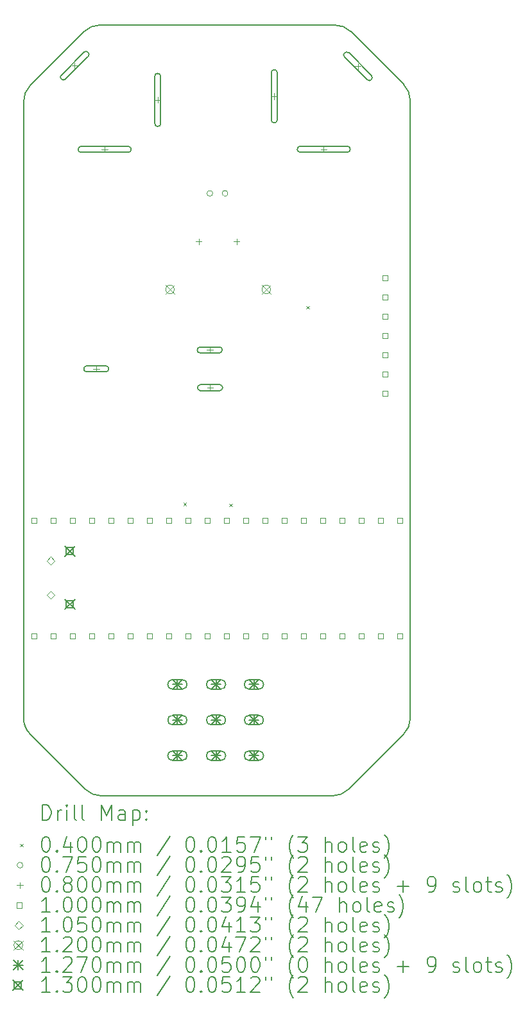
<source format=gbr>
%TF.GenerationSoftware,KiCad,Pcbnew,(6.0.11)*%
%TF.CreationDate,2023-07-08T12:30:29+02:00*%
%TF.ProjectId,Dohle TankVerb,446f686c-6520-4546-916e-6b566572622e,rev?*%
%TF.SameCoordinates,Original*%
%TF.FileFunction,Drillmap*%
%TF.FilePolarity,Positive*%
%FSLAX45Y45*%
G04 Gerber Fmt 4.5, Leading zero omitted, Abs format (unit mm)*
G04 Created by KiCad (PCBNEW (6.0.11)) date 2023-07-08 12:30:29*
%MOMM*%
%LPD*%
G01*
G04 APERTURE LIST*
%ADD10C,0.200000*%
%ADD11C,0.040000*%
%ADD12C,0.075000*%
%ADD13C,0.080000*%
%ADD14C,0.100000*%
%ADD15C,0.105000*%
%ADD16C,0.120000*%
%ADD17C,0.127000*%
%ADD18C,0.130000*%
G04 APERTURE END LIST*
D10*
X18196934Y-14629536D02*
G75*
G03*
X18284800Y-14417402I-212124J212126D01*
G01*
X13272015Y-14628881D02*
X13996932Y-15353798D01*
X17290536Y-5271771D02*
X14190536Y-5271771D01*
X13978404Y-5359639D02*
X13272668Y-6065375D01*
X17472668Y-15353798D02*
X18196932Y-14629534D01*
X13184802Y-14396961D02*
G75*
G03*
X13272015Y-14628881I299348J-19789D01*
G01*
X13184800Y-6277507D02*
X13184800Y-14396961D01*
X17260536Y-15441665D02*
G75*
G03*
X17472668Y-15353798I4J299995D01*
G01*
X14209064Y-15441666D02*
X17260536Y-15441666D01*
X17502669Y-5359638D02*
G75*
G03*
X17290536Y-5271771I-212139J-212152D01*
G01*
X14190536Y-5271775D02*
G75*
G03*
X13978404Y-5359639I-6J-299995D01*
G01*
X18284799Y-6266035D02*
G75*
G03*
X18196932Y-6053903I-299989J5D01*
G01*
X18284800Y-14417402D02*
X18284800Y-6266035D01*
X18196932Y-6053903D02*
X17502668Y-5359639D01*
X13996931Y-15353800D02*
G75*
G03*
X14209064Y-15441666I212129J212130D01*
G01*
X13272669Y-6065376D02*
G75*
G03*
X13184800Y-6277507I212131J-212134D01*
G01*
D11*
X15291471Y-11575100D02*
X15331471Y-11615100D01*
X15331471Y-11575100D02*
X15291471Y-11615100D01*
X15898289Y-11585260D02*
X15938289Y-11625260D01*
X15938289Y-11585260D02*
X15898289Y-11625260D01*
X16914800Y-8976771D02*
X16954800Y-9016771D01*
X16954800Y-8976771D02*
X16914800Y-9016771D01*
D12*
X15678292Y-7493000D02*
G75*
G03*
X15678292Y-7493000I-37500J0D01*
G01*
X15878292Y-7493000D02*
G75*
G03*
X15878292Y-7493000I-37500J0D01*
G01*
D13*
X13858606Y-5768696D02*
X13858606Y-5848696D01*
X13818606Y-5808696D02*
X13898606Y-5808696D01*
D10*
X13978815Y-5631919D02*
X13681830Y-5928904D01*
X14035383Y-5688488D02*
X13738398Y-5985473D01*
X13681830Y-5928904D02*
G75*
G03*
X13738398Y-5985473I28284J-28284D01*
G01*
X14035383Y-5688488D02*
G75*
G03*
X13978814Y-5631919I-28284J28284D01*
G01*
D13*
X14142311Y-9767963D02*
X14142311Y-9847963D01*
X14102311Y-9807963D02*
X14182311Y-9807963D01*
D10*
X14017311Y-9847963D02*
X14267311Y-9847963D01*
X14017311Y-9767963D02*
X14267311Y-9767963D01*
X14267311Y-9847963D02*
G75*
G03*
X14267311Y-9767963I0J40000D01*
G01*
X14017311Y-9767963D02*
G75*
G03*
X14017311Y-9847963I0J-40000D01*
G01*
D13*
X14253994Y-6871770D02*
X14253994Y-6951770D01*
X14213994Y-6911770D02*
X14293994Y-6911770D01*
D10*
X13943994Y-6951770D02*
X14563994Y-6951770D01*
X13943994Y-6871770D02*
X14563994Y-6871770D01*
X14563994Y-6951770D02*
G75*
G03*
X14563994Y-6871770I0J40000D01*
G01*
X13943994Y-6871770D02*
G75*
G03*
X13943994Y-6951770I0J-40000D01*
G01*
D13*
X14953400Y-6219520D02*
X14953400Y-6299520D01*
X14913400Y-6259520D02*
X14993400Y-6259520D01*
D10*
X14913400Y-5949520D02*
X14913400Y-6569520D01*
X14993400Y-5949520D02*
X14993400Y-6569520D01*
X14913400Y-6569520D02*
G75*
G03*
X14993400Y-6569520I40000J0D01*
G01*
X14993400Y-5949520D02*
G75*
G03*
X14913400Y-5949520I-40000J0D01*
G01*
D13*
X15494000Y-8088000D02*
X15494000Y-8168000D01*
X15454000Y-8128000D02*
X15534000Y-8128000D01*
X15639629Y-9518834D02*
X15639629Y-9598834D01*
X15599629Y-9558834D02*
X15679629Y-9558834D01*
D10*
X15514629Y-9598834D02*
X15764629Y-9598834D01*
X15514629Y-9518834D02*
X15764629Y-9518834D01*
X15764629Y-9598834D02*
G75*
G03*
X15764629Y-9518834I0J40000D01*
G01*
X15514629Y-9518834D02*
G75*
G03*
X15514629Y-9598834I0J-40000D01*
G01*
D13*
X15643442Y-10015822D02*
X15643442Y-10095822D01*
X15603442Y-10055822D02*
X15683442Y-10055822D01*
D10*
X15518442Y-10095822D02*
X15768442Y-10095822D01*
X15518442Y-10015822D02*
X15768442Y-10015822D01*
X15768442Y-10095822D02*
G75*
G03*
X15768442Y-10015822I0J40000D01*
G01*
X15518442Y-10015822D02*
G75*
G03*
X15518442Y-10095822I0J-40000D01*
G01*
D13*
X15994000Y-8088000D02*
X15994000Y-8168000D01*
X15954000Y-8128000D02*
X16034000Y-8128000D01*
X16491506Y-6171988D02*
X16491506Y-6251988D01*
X16451506Y-6211988D02*
X16531506Y-6211988D01*
D10*
X16451506Y-5901988D02*
X16451506Y-6521988D01*
X16531506Y-5901988D02*
X16531506Y-6521988D01*
X16451506Y-6521988D02*
G75*
G03*
X16531506Y-6521988I40000J0D01*
G01*
X16531506Y-5901988D02*
G75*
G03*
X16451506Y-5901988I-40000J0D01*
G01*
D13*
X17143756Y-6871394D02*
X17143756Y-6951394D01*
X17103756Y-6911394D02*
X17183756Y-6911394D01*
D10*
X17453756Y-6871394D02*
X16833756Y-6871394D01*
X17453756Y-6951394D02*
X16833756Y-6951394D01*
X16833756Y-6871394D02*
G75*
G03*
X16833756Y-6951394I0J-40000D01*
G01*
X17453756Y-6951394D02*
G75*
G03*
X17453756Y-6871394I0J40000D01*
G01*
D13*
X17594580Y-5776600D02*
X17594580Y-5856600D01*
X17554580Y-5816600D02*
X17634580Y-5816600D01*
D10*
X17771357Y-5936808D02*
X17474372Y-5639823D01*
X17714788Y-5993377D02*
X17417803Y-5696392D01*
X17474372Y-5639823D02*
G75*
G03*
X17417803Y-5696392I-28284J-28284D01*
G01*
X17714788Y-5993377D02*
G75*
G03*
X17771357Y-5936808I28284J28284D01*
G01*
D14*
X13357656Y-11841276D02*
X13357656Y-11770564D01*
X13286944Y-11770564D01*
X13286944Y-11841276D01*
X13357656Y-11841276D01*
X13357656Y-13365276D02*
X13357656Y-13294564D01*
X13286944Y-13294564D01*
X13286944Y-13365276D01*
X13357656Y-13365276D01*
X13611656Y-11841276D02*
X13611656Y-11770564D01*
X13540944Y-11770564D01*
X13540944Y-11841276D01*
X13611656Y-11841276D01*
X13611656Y-13365276D02*
X13611656Y-13294564D01*
X13540944Y-13294564D01*
X13540944Y-13365276D01*
X13611656Y-13365276D01*
X13865656Y-11841276D02*
X13865656Y-11770564D01*
X13794944Y-11770564D01*
X13794944Y-11841276D01*
X13865656Y-11841276D01*
X13865656Y-13365276D02*
X13865656Y-13294564D01*
X13794944Y-13294564D01*
X13794944Y-13365276D01*
X13865656Y-13365276D01*
X14119656Y-11841276D02*
X14119656Y-11770564D01*
X14048944Y-11770564D01*
X14048944Y-11841276D01*
X14119656Y-11841276D01*
X14119656Y-13365276D02*
X14119656Y-13294564D01*
X14048944Y-13294564D01*
X14048944Y-13365276D01*
X14119656Y-13365276D01*
X14373656Y-11841276D02*
X14373656Y-11770564D01*
X14302944Y-11770564D01*
X14302944Y-11841276D01*
X14373656Y-11841276D01*
X14373656Y-13365276D02*
X14373656Y-13294564D01*
X14302944Y-13294564D01*
X14302944Y-13365276D01*
X14373656Y-13365276D01*
X14627656Y-11841276D02*
X14627656Y-11770564D01*
X14556944Y-11770564D01*
X14556944Y-11841276D01*
X14627656Y-11841276D01*
X14627656Y-13365276D02*
X14627656Y-13294564D01*
X14556944Y-13294564D01*
X14556944Y-13365276D01*
X14627656Y-13365276D01*
X14881656Y-11841276D02*
X14881656Y-11770564D01*
X14810944Y-11770564D01*
X14810944Y-11841276D01*
X14881656Y-11841276D01*
X14881656Y-13365276D02*
X14881656Y-13294564D01*
X14810944Y-13294564D01*
X14810944Y-13365276D01*
X14881656Y-13365276D01*
X15135656Y-11841276D02*
X15135656Y-11770564D01*
X15064944Y-11770564D01*
X15064944Y-11841276D01*
X15135656Y-11841276D01*
X15135656Y-13365276D02*
X15135656Y-13294564D01*
X15064944Y-13294564D01*
X15064944Y-13365276D01*
X15135656Y-13365276D01*
X15389656Y-11841276D02*
X15389656Y-11770564D01*
X15318944Y-11770564D01*
X15318944Y-11841276D01*
X15389656Y-11841276D01*
X15389656Y-13365276D02*
X15389656Y-13294564D01*
X15318944Y-13294564D01*
X15318944Y-13365276D01*
X15389656Y-13365276D01*
X15643656Y-11841276D02*
X15643656Y-11770564D01*
X15572944Y-11770564D01*
X15572944Y-11841276D01*
X15643656Y-11841276D01*
X15643656Y-13365276D02*
X15643656Y-13294564D01*
X15572944Y-13294564D01*
X15572944Y-13365276D01*
X15643656Y-13365276D01*
X15897656Y-11841276D02*
X15897656Y-11770564D01*
X15826944Y-11770564D01*
X15826944Y-11841276D01*
X15897656Y-11841276D01*
X15897656Y-13365276D02*
X15897656Y-13294564D01*
X15826944Y-13294564D01*
X15826944Y-13365276D01*
X15897656Y-13365276D01*
X16151656Y-11841276D02*
X16151656Y-11770564D01*
X16080944Y-11770564D01*
X16080944Y-11841276D01*
X16151656Y-11841276D01*
X16151656Y-13365276D02*
X16151656Y-13294564D01*
X16080944Y-13294564D01*
X16080944Y-13365276D01*
X16151656Y-13365276D01*
X16405656Y-11841276D02*
X16405656Y-11770564D01*
X16334944Y-11770564D01*
X16334944Y-11841276D01*
X16405656Y-11841276D01*
X16405656Y-13365276D02*
X16405656Y-13294564D01*
X16334944Y-13294564D01*
X16334944Y-13365276D01*
X16405656Y-13365276D01*
X16659656Y-11841276D02*
X16659656Y-11770564D01*
X16588944Y-11770564D01*
X16588944Y-11841276D01*
X16659656Y-11841276D01*
X16659656Y-13365276D02*
X16659656Y-13294564D01*
X16588944Y-13294564D01*
X16588944Y-13365276D01*
X16659656Y-13365276D01*
X16913656Y-11841276D02*
X16913656Y-11770564D01*
X16842944Y-11770564D01*
X16842944Y-11841276D01*
X16913656Y-11841276D01*
X16913656Y-13365276D02*
X16913656Y-13294564D01*
X16842944Y-13294564D01*
X16842944Y-13365276D01*
X16913656Y-13365276D01*
X17167656Y-11841276D02*
X17167656Y-11770564D01*
X17096944Y-11770564D01*
X17096944Y-11841276D01*
X17167656Y-11841276D01*
X17167656Y-13365276D02*
X17167656Y-13294564D01*
X17096944Y-13294564D01*
X17096944Y-13365276D01*
X17167656Y-13365276D01*
X17421656Y-11841276D02*
X17421656Y-11770564D01*
X17350944Y-11770564D01*
X17350944Y-11841276D01*
X17421656Y-11841276D01*
X17421656Y-13365276D02*
X17421656Y-13294564D01*
X17350944Y-13294564D01*
X17350944Y-13365276D01*
X17421656Y-13365276D01*
X17675656Y-11841276D02*
X17675656Y-11770564D01*
X17604944Y-11770564D01*
X17604944Y-11841276D01*
X17675656Y-11841276D01*
X17675656Y-13365276D02*
X17675656Y-13294564D01*
X17604944Y-13294564D01*
X17604944Y-13365276D01*
X17675656Y-13365276D01*
X17929656Y-11841276D02*
X17929656Y-11770564D01*
X17858944Y-11770564D01*
X17858944Y-11841276D01*
X17929656Y-11841276D01*
X17929656Y-13365276D02*
X17929656Y-13294564D01*
X17858944Y-13294564D01*
X17858944Y-13365276D01*
X17929656Y-13365276D01*
X17990616Y-8645956D02*
X17990616Y-8575244D01*
X17919904Y-8575244D01*
X17919904Y-8645956D01*
X17990616Y-8645956D01*
X17990616Y-8899956D02*
X17990616Y-8829244D01*
X17919904Y-8829244D01*
X17919904Y-8899956D01*
X17990616Y-8899956D01*
X17990616Y-9153956D02*
X17990616Y-9083244D01*
X17919904Y-9083244D01*
X17919904Y-9153956D01*
X17990616Y-9153956D01*
X17990616Y-9407956D02*
X17990616Y-9337244D01*
X17919904Y-9337244D01*
X17919904Y-9407956D01*
X17990616Y-9407956D01*
X17990616Y-9661956D02*
X17990616Y-9591244D01*
X17919904Y-9591244D01*
X17919904Y-9661956D01*
X17990616Y-9661956D01*
X17990616Y-9915956D02*
X17990616Y-9845244D01*
X17919904Y-9845244D01*
X17919904Y-9915956D01*
X17990616Y-9915956D01*
X17990616Y-10169956D02*
X17990616Y-10099244D01*
X17919904Y-10099244D01*
X17919904Y-10169956D01*
X17990616Y-10169956D01*
X18183656Y-11841276D02*
X18183656Y-11770564D01*
X18112944Y-11770564D01*
X18112944Y-11841276D01*
X18183656Y-11841276D01*
X18183656Y-13365276D02*
X18183656Y-13294564D01*
X18112944Y-13294564D01*
X18112944Y-13365276D01*
X18183656Y-13365276D01*
D15*
X13544100Y-12391140D02*
X13596600Y-12338640D01*
X13544100Y-12286140D01*
X13491600Y-12338640D01*
X13544100Y-12391140D01*
X13544100Y-12841140D02*
X13596600Y-12788640D01*
X13544100Y-12736140D01*
X13491600Y-12788640D01*
X13544100Y-12841140D01*
D16*
X15055540Y-8700460D02*
X15175540Y-8820460D01*
X15175540Y-8700460D02*
X15055540Y-8820460D01*
X15175540Y-8760460D02*
G75*
G03*
X15175540Y-8760460I-60000J0D01*
G01*
X16325540Y-8700460D02*
X16445540Y-8820460D01*
X16445540Y-8700460D02*
X16325540Y-8820460D01*
X16445540Y-8760460D02*
G75*
G03*
X16445540Y-8760460I-60000J0D01*
G01*
D17*
X15149096Y-13907472D02*
X15276096Y-14034472D01*
X15276096Y-13907472D02*
X15149096Y-14034472D01*
X15212596Y-13907472D02*
X15212596Y-14034472D01*
X15149096Y-13970972D02*
X15276096Y-13970972D01*
D10*
X15276096Y-13907472D02*
X15149096Y-13907472D01*
X15276096Y-14034472D02*
X15149096Y-14034472D01*
X15149096Y-13907472D02*
G75*
G03*
X15149096Y-14034472I0J-63500D01*
G01*
X15276096Y-14034472D02*
G75*
G03*
X15276096Y-13907472I0J63500D01*
G01*
D17*
X15149096Y-14377628D02*
X15276096Y-14504628D01*
X15276096Y-14377628D02*
X15149096Y-14504628D01*
X15212596Y-14377628D02*
X15212596Y-14504628D01*
X15149096Y-14441128D02*
X15276096Y-14441128D01*
D10*
X15276096Y-14377628D02*
X15149096Y-14377628D01*
X15276096Y-14504628D02*
X15149096Y-14504628D01*
X15149096Y-14377628D02*
G75*
G03*
X15149096Y-14504628I0J-63500D01*
G01*
X15276096Y-14504628D02*
G75*
G03*
X15276096Y-14377628I0J63500D01*
G01*
D17*
X15149096Y-14847472D02*
X15276096Y-14974472D01*
X15276096Y-14847472D02*
X15149096Y-14974472D01*
X15212596Y-14847472D02*
X15212596Y-14974472D01*
X15149096Y-14910972D02*
X15276096Y-14910972D01*
D10*
X15276096Y-14847472D02*
X15149096Y-14847472D01*
X15276096Y-14974472D02*
X15149096Y-14974472D01*
X15149096Y-14847472D02*
G75*
G03*
X15149096Y-14974472I0J-63500D01*
G01*
X15276096Y-14974472D02*
G75*
G03*
X15276096Y-14847472I0J63500D01*
G01*
D17*
X15659148Y-13907396D02*
X15786148Y-14034396D01*
X15786148Y-13907396D02*
X15659148Y-14034396D01*
X15722648Y-13907396D02*
X15722648Y-14034396D01*
X15659148Y-13970896D02*
X15786148Y-13970896D01*
D10*
X15786148Y-13907396D02*
X15659148Y-13907396D01*
X15786148Y-14034396D02*
X15659148Y-14034396D01*
X15659148Y-13907396D02*
G75*
G03*
X15659148Y-14034396I0J-63500D01*
G01*
X15786148Y-14034396D02*
G75*
G03*
X15786148Y-13907396I0J63500D01*
G01*
D17*
X15659148Y-14377552D02*
X15786148Y-14504552D01*
X15786148Y-14377552D02*
X15659148Y-14504552D01*
X15722648Y-14377552D02*
X15722648Y-14504552D01*
X15659148Y-14441052D02*
X15786148Y-14441052D01*
D10*
X15786148Y-14377552D02*
X15659148Y-14377552D01*
X15786148Y-14504552D02*
X15659148Y-14504552D01*
X15659148Y-14377552D02*
G75*
G03*
X15659148Y-14504552I0J-63500D01*
G01*
X15786148Y-14504552D02*
G75*
G03*
X15786148Y-14377552I0J63500D01*
G01*
D17*
X15659148Y-14847396D02*
X15786148Y-14974396D01*
X15786148Y-14847396D02*
X15659148Y-14974396D01*
X15722648Y-14847396D02*
X15722648Y-14974396D01*
X15659148Y-14910896D02*
X15786148Y-14910896D01*
D10*
X15786148Y-14847396D02*
X15659148Y-14847396D01*
X15786148Y-14974396D02*
X15659148Y-14974396D01*
X15659148Y-14847396D02*
G75*
G03*
X15659148Y-14974396I0J-63500D01*
G01*
X15786148Y-14974396D02*
G75*
G03*
X15786148Y-14847396I0J63500D01*
G01*
D17*
X16159096Y-13907396D02*
X16286096Y-14034396D01*
X16286096Y-13907396D02*
X16159096Y-14034396D01*
X16222596Y-13907396D02*
X16222596Y-14034396D01*
X16159096Y-13970896D02*
X16286096Y-13970896D01*
D10*
X16286096Y-13907396D02*
X16159096Y-13907396D01*
X16286096Y-14034396D02*
X16159096Y-14034396D01*
X16159096Y-13907396D02*
G75*
G03*
X16159096Y-14034396I0J-63500D01*
G01*
X16286096Y-14034396D02*
G75*
G03*
X16286096Y-13907396I0J63500D01*
G01*
D17*
X16159096Y-14377552D02*
X16286096Y-14504552D01*
X16286096Y-14377552D02*
X16159096Y-14504552D01*
X16222596Y-14377552D02*
X16222596Y-14504552D01*
X16159096Y-14441052D02*
X16286096Y-14441052D01*
D10*
X16286096Y-14377552D02*
X16159096Y-14377552D01*
X16286096Y-14504552D02*
X16159096Y-14504552D01*
X16159096Y-14377552D02*
G75*
G03*
X16159096Y-14504552I0J-63500D01*
G01*
X16286096Y-14504552D02*
G75*
G03*
X16286096Y-14377552I0J63500D01*
G01*
D17*
X16159096Y-14847396D02*
X16286096Y-14974396D01*
X16286096Y-14847396D02*
X16159096Y-14974396D01*
X16222596Y-14847396D02*
X16222596Y-14974396D01*
X16159096Y-14910896D02*
X16286096Y-14910896D01*
D10*
X16286096Y-14847396D02*
X16159096Y-14847396D01*
X16286096Y-14974396D02*
X16159096Y-14974396D01*
X16159096Y-14847396D02*
G75*
G03*
X16159096Y-14974396I0J-63500D01*
G01*
X16286096Y-14974396D02*
G75*
G03*
X16286096Y-14847396I0J63500D01*
G01*
D18*
X13729100Y-12148640D02*
X13859100Y-12278640D01*
X13859100Y-12148640D02*
X13729100Y-12278640D01*
X13840062Y-12259602D02*
X13840062Y-12167678D01*
X13748138Y-12167678D01*
X13748138Y-12259602D01*
X13840062Y-12259602D01*
X13729100Y-12848640D02*
X13859100Y-12978640D01*
X13859100Y-12848640D02*
X13729100Y-12978640D01*
X13840062Y-12959602D02*
X13840062Y-12867678D01*
X13748138Y-12867678D01*
X13748138Y-12959602D01*
X13840062Y-12959602D01*
D10*
X13431767Y-15762142D02*
X13431767Y-15562142D01*
X13479386Y-15562142D01*
X13507958Y-15571666D01*
X13527005Y-15590714D01*
X13536529Y-15609762D01*
X13546053Y-15647857D01*
X13546053Y-15676428D01*
X13536529Y-15714523D01*
X13527005Y-15733571D01*
X13507958Y-15752619D01*
X13479386Y-15762142D01*
X13431767Y-15762142D01*
X13631767Y-15762142D02*
X13631767Y-15628809D01*
X13631767Y-15666904D02*
X13641291Y-15647857D01*
X13650815Y-15638333D01*
X13669863Y-15628809D01*
X13688910Y-15628809D01*
X13755577Y-15762142D02*
X13755577Y-15628809D01*
X13755577Y-15562142D02*
X13746053Y-15571666D01*
X13755577Y-15581190D01*
X13765101Y-15571666D01*
X13755577Y-15562142D01*
X13755577Y-15581190D01*
X13879386Y-15762142D02*
X13860339Y-15752619D01*
X13850815Y-15733571D01*
X13850815Y-15562142D01*
X13984148Y-15762142D02*
X13965101Y-15752619D01*
X13955577Y-15733571D01*
X13955577Y-15562142D01*
X14212720Y-15762142D02*
X14212720Y-15562142D01*
X14279386Y-15705000D01*
X14346053Y-15562142D01*
X14346053Y-15762142D01*
X14527005Y-15762142D02*
X14527005Y-15657381D01*
X14517482Y-15638333D01*
X14498434Y-15628809D01*
X14460339Y-15628809D01*
X14441291Y-15638333D01*
X14527005Y-15752619D02*
X14507958Y-15762142D01*
X14460339Y-15762142D01*
X14441291Y-15752619D01*
X14431767Y-15733571D01*
X14431767Y-15714523D01*
X14441291Y-15695476D01*
X14460339Y-15685952D01*
X14507958Y-15685952D01*
X14527005Y-15676428D01*
X14622244Y-15628809D02*
X14622244Y-15828809D01*
X14622244Y-15638333D02*
X14641291Y-15628809D01*
X14679386Y-15628809D01*
X14698434Y-15638333D01*
X14707958Y-15647857D01*
X14717482Y-15666904D01*
X14717482Y-15724047D01*
X14707958Y-15743095D01*
X14698434Y-15752619D01*
X14679386Y-15762142D01*
X14641291Y-15762142D01*
X14622244Y-15752619D01*
X14803196Y-15743095D02*
X14812720Y-15752619D01*
X14803196Y-15762142D01*
X14793672Y-15752619D01*
X14803196Y-15743095D01*
X14803196Y-15762142D01*
X14803196Y-15638333D02*
X14812720Y-15647857D01*
X14803196Y-15657381D01*
X14793672Y-15647857D01*
X14803196Y-15638333D01*
X14803196Y-15657381D01*
D11*
X13134148Y-16071666D02*
X13174148Y-16111666D01*
X13174148Y-16071666D02*
X13134148Y-16111666D01*
D10*
X13469863Y-15982142D02*
X13488910Y-15982142D01*
X13507958Y-15991666D01*
X13517482Y-16001190D01*
X13527005Y-16020238D01*
X13536529Y-16058333D01*
X13536529Y-16105952D01*
X13527005Y-16144047D01*
X13517482Y-16163095D01*
X13507958Y-16172619D01*
X13488910Y-16182142D01*
X13469863Y-16182142D01*
X13450815Y-16172619D01*
X13441291Y-16163095D01*
X13431767Y-16144047D01*
X13422244Y-16105952D01*
X13422244Y-16058333D01*
X13431767Y-16020238D01*
X13441291Y-16001190D01*
X13450815Y-15991666D01*
X13469863Y-15982142D01*
X13622244Y-16163095D02*
X13631767Y-16172619D01*
X13622244Y-16182142D01*
X13612720Y-16172619D01*
X13622244Y-16163095D01*
X13622244Y-16182142D01*
X13803196Y-16048809D02*
X13803196Y-16182142D01*
X13755577Y-15972619D02*
X13707958Y-16115476D01*
X13831767Y-16115476D01*
X13946053Y-15982142D02*
X13965101Y-15982142D01*
X13984148Y-15991666D01*
X13993672Y-16001190D01*
X14003196Y-16020238D01*
X14012720Y-16058333D01*
X14012720Y-16105952D01*
X14003196Y-16144047D01*
X13993672Y-16163095D01*
X13984148Y-16172619D01*
X13965101Y-16182142D01*
X13946053Y-16182142D01*
X13927005Y-16172619D01*
X13917482Y-16163095D01*
X13907958Y-16144047D01*
X13898434Y-16105952D01*
X13898434Y-16058333D01*
X13907958Y-16020238D01*
X13917482Y-16001190D01*
X13927005Y-15991666D01*
X13946053Y-15982142D01*
X14136529Y-15982142D02*
X14155577Y-15982142D01*
X14174624Y-15991666D01*
X14184148Y-16001190D01*
X14193672Y-16020238D01*
X14203196Y-16058333D01*
X14203196Y-16105952D01*
X14193672Y-16144047D01*
X14184148Y-16163095D01*
X14174624Y-16172619D01*
X14155577Y-16182142D01*
X14136529Y-16182142D01*
X14117482Y-16172619D01*
X14107958Y-16163095D01*
X14098434Y-16144047D01*
X14088910Y-16105952D01*
X14088910Y-16058333D01*
X14098434Y-16020238D01*
X14107958Y-16001190D01*
X14117482Y-15991666D01*
X14136529Y-15982142D01*
X14288910Y-16182142D02*
X14288910Y-16048809D01*
X14288910Y-16067857D02*
X14298434Y-16058333D01*
X14317482Y-16048809D01*
X14346053Y-16048809D01*
X14365101Y-16058333D01*
X14374624Y-16077381D01*
X14374624Y-16182142D01*
X14374624Y-16077381D02*
X14384148Y-16058333D01*
X14403196Y-16048809D01*
X14431767Y-16048809D01*
X14450815Y-16058333D01*
X14460339Y-16077381D01*
X14460339Y-16182142D01*
X14555577Y-16182142D02*
X14555577Y-16048809D01*
X14555577Y-16067857D02*
X14565101Y-16058333D01*
X14584148Y-16048809D01*
X14612720Y-16048809D01*
X14631767Y-16058333D01*
X14641291Y-16077381D01*
X14641291Y-16182142D01*
X14641291Y-16077381D02*
X14650815Y-16058333D01*
X14669863Y-16048809D01*
X14698434Y-16048809D01*
X14717482Y-16058333D01*
X14727005Y-16077381D01*
X14727005Y-16182142D01*
X15117482Y-15972619D02*
X14946053Y-16229762D01*
X15374624Y-15982142D02*
X15393672Y-15982142D01*
X15412720Y-15991666D01*
X15422244Y-16001190D01*
X15431767Y-16020238D01*
X15441291Y-16058333D01*
X15441291Y-16105952D01*
X15431767Y-16144047D01*
X15422244Y-16163095D01*
X15412720Y-16172619D01*
X15393672Y-16182142D01*
X15374624Y-16182142D01*
X15355577Y-16172619D01*
X15346053Y-16163095D01*
X15336529Y-16144047D01*
X15327005Y-16105952D01*
X15327005Y-16058333D01*
X15336529Y-16020238D01*
X15346053Y-16001190D01*
X15355577Y-15991666D01*
X15374624Y-15982142D01*
X15527005Y-16163095D02*
X15536529Y-16172619D01*
X15527005Y-16182142D01*
X15517482Y-16172619D01*
X15527005Y-16163095D01*
X15527005Y-16182142D01*
X15660339Y-15982142D02*
X15679386Y-15982142D01*
X15698434Y-15991666D01*
X15707958Y-16001190D01*
X15717482Y-16020238D01*
X15727005Y-16058333D01*
X15727005Y-16105952D01*
X15717482Y-16144047D01*
X15707958Y-16163095D01*
X15698434Y-16172619D01*
X15679386Y-16182142D01*
X15660339Y-16182142D01*
X15641291Y-16172619D01*
X15631767Y-16163095D01*
X15622244Y-16144047D01*
X15612720Y-16105952D01*
X15612720Y-16058333D01*
X15622244Y-16020238D01*
X15631767Y-16001190D01*
X15641291Y-15991666D01*
X15660339Y-15982142D01*
X15917482Y-16182142D02*
X15803196Y-16182142D01*
X15860339Y-16182142D02*
X15860339Y-15982142D01*
X15841291Y-16010714D01*
X15822244Y-16029762D01*
X15803196Y-16039285D01*
X16098434Y-15982142D02*
X16003196Y-15982142D01*
X15993672Y-16077381D01*
X16003196Y-16067857D01*
X16022244Y-16058333D01*
X16069863Y-16058333D01*
X16088910Y-16067857D01*
X16098434Y-16077381D01*
X16107958Y-16096428D01*
X16107958Y-16144047D01*
X16098434Y-16163095D01*
X16088910Y-16172619D01*
X16069863Y-16182142D01*
X16022244Y-16182142D01*
X16003196Y-16172619D01*
X15993672Y-16163095D01*
X16174624Y-15982142D02*
X16307958Y-15982142D01*
X16222244Y-16182142D01*
X16374624Y-15982142D02*
X16374624Y-16020238D01*
X16450815Y-15982142D02*
X16450815Y-16020238D01*
X16746053Y-16258333D02*
X16736529Y-16248809D01*
X16717482Y-16220238D01*
X16707958Y-16201190D01*
X16698434Y-16172619D01*
X16688910Y-16125000D01*
X16688910Y-16086904D01*
X16698434Y-16039285D01*
X16707958Y-16010714D01*
X16717482Y-15991666D01*
X16736529Y-15963095D01*
X16746053Y-15953571D01*
X16803196Y-15982142D02*
X16927006Y-15982142D01*
X16860339Y-16058333D01*
X16888910Y-16058333D01*
X16907958Y-16067857D01*
X16917482Y-16077381D01*
X16927006Y-16096428D01*
X16927006Y-16144047D01*
X16917482Y-16163095D01*
X16907958Y-16172619D01*
X16888910Y-16182142D01*
X16831767Y-16182142D01*
X16812720Y-16172619D01*
X16803196Y-16163095D01*
X17165101Y-16182142D02*
X17165101Y-15982142D01*
X17250815Y-16182142D02*
X17250815Y-16077381D01*
X17241291Y-16058333D01*
X17222244Y-16048809D01*
X17193672Y-16048809D01*
X17174625Y-16058333D01*
X17165101Y-16067857D01*
X17374625Y-16182142D02*
X17355577Y-16172619D01*
X17346053Y-16163095D01*
X17336529Y-16144047D01*
X17336529Y-16086904D01*
X17346053Y-16067857D01*
X17355577Y-16058333D01*
X17374625Y-16048809D01*
X17403196Y-16048809D01*
X17422244Y-16058333D01*
X17431767Y-16067857D01*
X17441291Y-16086904D01*
X17441291Y-16144047D01*
X17431767Y-16163095D01*
X17422244Y-16172619D01*
X17403196Y-16182142D01*
X17374625Y-16182142D01*
X17555577Y-16182142D02*
X17536529Y-16172619D01*
X17527006Y-16153571D01*
X17527006Y-15982142D01*
X17707958Y-16172619D02*
X17688910Y-16182142D01*
X17650815Y-16182142D01*
X17631767Y-16172619D01*
X17622244Y-16153571D01*
X17622244Y-16077381D01*
X17631767Y-16058333D01*
X17650815Y-16048809D01*
X17688910Y-16048809D01*
X17707958Y-16058333D01*
X17717482Y-16077381D01*
X17717482Y-16096428D01*
X17622244Y-16115476D01*
X17793672Y-16172619D02*
X17812720Y-16182142D01*
X17850815Y-16182142D01*
X17869863Y-16172619D01*
X17879386Y-16153571D01*
X17879386Y-16144047D01*
X17869863Y-16125000D01*
X17850815Y-16115476D01*
X17822244Y-16115476D01*
X17803196Y-16105952D01*
X17793672Y-16086904D01*
X17793672Y-16077381D01*
X17803196Y-16058333D01*
X17822244Y-16048809D01*
X17850815Y-16048809D01*
X17869863Y-16058333D01*
X17946053Y-16258333D02*
X17955577Y-16248809D01*
X17974625Y-16220238D01*
X17984148Y-16201190D01*
X17993672Y-16172619D01*
X18003196Y-16125000D01*
X18003196Y-16086904D01*
X17993672Y-16039285D01*
X17984148Y-16010714D01*
X17974625Y-15991666D01*
X17955577Y-15963095D01*
X17946053Y-15953571D01*
D12*
X13174148Y-16355666D02*
G75*
G03*
X13174148Y-16355666I-37500J0D01*
G01*
D10*
X13469863Y-16246142D02*
X13488910Y-16246142D01*
X13507958Y-16255666D01*
X13517482Y-16265190D01*
X13527005Y-16284238D01*
X13536529Y-16322333D01*
X13536529Y-16369952D01*
X13527005Y-16408047D01*
X13517482Y-16427095D01*
X13507958Y-16436619D01*
X13488910Y-16446142D01*
X13469863Y-16446142D01*
X13450815Y-16436619D01*
X13441291Y-16427095D01*
X13431767Y-16408047D01*
X13422244Y-16369952D01*
X13422244Y-16322333D01*
X13431767Y-16284238D01*
X13441291Y-16265190D01*
X13450815Y-16255666D01*
X13469863Y-16246142D01*
X13622244Y-16427095D02*
X13631767Y-16436619D01*
X13622244Y-16446142D01*
X13612720Y-16436619D01*
X13622244Y-16427095D01*
X13622244Y-16446142D01*
X13698434Y-16246142D02*
X13831767Y-16246142D01*
X13746053Y-16446142D01*
X14003196Y-16246142D02*
X13907958Y-16246142D01*
X13898434Y-16341381D01*
X13907958Y-16331857D01*
X13927005Y-16322333D01*
X13974624Y-16322333D01*
X13993672Y-16331857D01*
X14003196Y-16341381D01*
X14012720Y-16360428D01*
X14012720Y-16408047D01*
X14003196Y-16427095D01*
X13993672Y-16436619D01*
X13974624Y-16446142D01*
X13927005Y-16446142D01*
X13907958Y-16436619D01*
X13898434Y-16427095D01*
X14136529Y-16246142D02*
X14155577Y-16246142D01*
X14174624Y-16255666D01*
X14184148Y-16265190D01*
X14193672Y-16284238D01*
X14203196Y-16322333D01*
X14203196Y-16369952D01*
X14193672Y-16408047D01*
X14184148Y-16427095D01*
X14174624Y-16436619D01*
X14155577Y-16446142D01*
X14136529Y-16446142D01*
X14117482Y-16436619D01*
X14107958Y-16427095D01*
X14098434Y-16408047D01*
X14088910Y-16369952D01*
X14088910Y-16322333D01*
X14098434Y-16284238D01*
X14107958Y-16265190D01*
X14117482Y-16255666D01*
X14136529Y-16246142D01*
X14288910Y-16446142D02*
X14288910Y-16312809D01*
X14288910Y-16331857D02*
X14298434Y-16322333D01*
X14317482Y-16312809D01*
X14346053Y-16312809D01*
X14365101Y-16322333D01*
X14374624Y-16341381D01*
X14374624Y-16446142D01*
X14374624Y-16341381D02*
X14384148Y-16322333D01*
X14403196Y-16312809D01*
X14431767Y-16312809D01*
X14450815Y-16322333D01*
X14460339Y-16341381D01*
X14460339Y-16446142D01*
X14555577Y-16446142D02*
X14555577Y-16312809D01*
X14555577Y-16331857D02*
X14565101Y-16322333D01*
X14584148Y-16312809D01*
X14612720Y-16312809D01*
X14631767Y-16322333D01*
X14641291Y-16341381D01*
X14641291Y-16446142D01*
X14641291Y-16341381D02*
X14650815Y-16322333D01*
X14669863Y-16312809D01*
X14698434Y-16312809D01*
X14717482Y-16322333D01*
X14727005Y-16341381D01*
X14727005Y-16446142D01*
X15117482Y-16236619D02*
X14946053Y-16493762D01*
X15374624Y-16246142D02*
X15393672Y-16246142D01*
X15412720Y-16255666D01*
X15422244Y-16265190D01*
X15431767Y-16284238D01*
X15441291Y-16322333D01*
X15441291Y-16369952D01*
X15431767Y-16408047D01*
X15422244Y-16427095D01*
X15412720Y-16436619D01*
X15393672Y-16446142D01*
X15374624Y-16446142D01*
X15355577Y-16436619D01*
X15346053Y-16427095D01*
X15336529Y-16408047D01*
X15327005Y-16369952D01*
X15327005Y-16322333D01*
X15336529Y-16284238D01*
X15346053Y-16265190D01*
X15355577Y-16255666D01*
X15374624Y-16246142D01*
X15527005Y-16427095D02*
X15536529Y-16436619D01*
X15527005Y-16446142D01*
X15517482Y-16436619D01*
X15527005Y-16427095D01*
X15527005Y-16446142D01*
X15660339Y-16246142D02*
X15679386Y-16246142D01*
X15698434Y-16255666D01*
X15707958Y-16265190D01*
X15717482Y-16284238D01*
X15727005Y-16322333D01*
X15727005Y-16369952D01*
X15717482Y-16408047D01*
X15707958Y-16427095D01*
X15698434Y-16436619D01*
X15679386Y-16446142D01*
X15660339Y-16446142D01*
X15641291Y-16436619D01*
X15631767Y-16427095D01*
X15622244Y-16408047D01*
X15612720Y-16369952D01*
X15612720Y-16322333D01*
X15622244Y-16284238D01*
X15631767Y-16265190D01*
X15641291Y-16255666D01*
X15660339Y-16246142D01*
X15803196Y-16265190D02*
X15812720Y-16255666D01*
X15831767Y-16246142D01*
X15879386Y-16246142D01*
X15898434Y-16255666D01*
X15907958Y-16265190D01*
X15917482Y-16284238D01*
X15917482Y-16303285D01*
X15907958Y-16331857D01*
X15793672Y-16446142D01*
X15917482Y-16446142D01*
X16012720Y-16446142D02*
X16050815Y-16446142D01*
X16069863Y-16436619D01*
X16079386Y-16427095D01*
X16098434Y-16398523D01*
X16107958Y-16360428D01*
X16107958Y-16284238D01*
X16098434Y-16265190D01*
X16088910Y-16255666D01*
X16069863Y-16246142D01*
X16031767Y-16246142D01*
X16012720Y-16255666D01*
X16003196Y-16265190D01*
X15993672Y-16284238D01*
X15993672Y-16331857D01*
X16003196Y-16350904D01*
X16012720Y-16360428D01*
X16031767Y-16369952D01*
X16069863Y-16369952D01*
X16088910Y-16360428D01*
X16098434Y-16350904D01*
X16107958Y-16331857D01*
X16288910Y-16246142D02*
X16193672Y-16246142D01*
X16184148Y-16341381D01*
X16193672Y-16331857D01*
X16212720Y-16322333D01*
X16260339Y-16322333D01*
X16279386Y-16331857D01*
X16288910Y-16341381D01*
X16298434Y-16360428D01*
X16298434Y-16408047D01*
X16288910Y-16427095D01*
X16279386Y-16436619D01*
X16260339Y-16446142D01*
X16212720Y-16446142D01*
X16193672Y-16436619D01*
X16184148Y-16427095D01*
X16374624Y-16246142D02*
X16374624Y-16284238D01*
X16450815Y-16246142D02*
X16450815Y-16284238D01*
X16746053Y-16522333D02*
X16736529Y-16512809D01*
X16717482Y-16484238D01*
X16707958Y-16465190D01*
X16698434Y-16436619D01*
X16688910Y-16389000D01*
X16688910Y-16350904D01*
X16698434Y-16303285D01*
X16707958Y-16274714D01*
X16717482Y-16255666D01*
X16736529Y-16227095D01*
X16746053Y-16217571D01*
X16812720Y-16265190D02*
X16822244Y-16255666D01*
X16841291Y-16246142D01*
X16888910Y-16246142D01*
X16907958Y-16255666D01*
X16917482Y-16265190D01*
X16927006Y-16284238D01*
X16927006Y-16303285D01*
X16917482Y-16331857D01*
X16803196Y-16446142D01*
X16927006Y-16446142D01*
X17165101Y-16446142D02*
X17165101Y-16246142D01*
X17250815Y-16446142D02*
X17250815Y-16341381D01*
X17241291Y-16322333D01*
X17222244Y-16312809D01*
X17193672Y-16312809D01*
X17174625Y-16322333D01*
X17165101Y-16331857D01*
X17374625Y-16446142D02*
X17355577Y-16436619D01*
X17346053Y-16427095D01*
X17336529Y-16408047D01*
X17336529Y-16350904D01*
X17346053Y-16331857D01*
X17355577Y-16322333D01*
X17374625Y-16312809D01*
X17403196Y-16312809D01*
X17422244Y-16322333D01*
X17431767Y-16331857D01*
X17441291Y-16350904D01*
X17441291Y-16408047D01*
X17431767Y-16427095D01*
X17422244Y-16436619D01*
X17403196Y-16446142D01*
X17374625Y-16446142D01*
X17555577Y-16446142D02*
X17536529Y-16436619D01*
X17527006Y-16417571D01*
X17527006Y-16246142D01*
X17707958Y-16436619D02*
X17688910Y-16446142D01*
X17650815Y-16446142D01*
X17631767Y-16436619D01*
X17622244Y-16417571D01*
X17622244Y-16341381D01*
X17631767Y-16322333D01*
X17650815Y-16312809D01*
X17688910Y-16312809D01*
X17707958Y-16322333D01*
X17717482Y-16341381D01*
X17717482Y-16360428D01*
X17622244Y-16379476D01*
X17793672Y-16436619D02*
X17812720Y-16446142D01*
X17850815Y-16446142D01*
X17869863Y-16436619D01*
X17879386Y-16417571D01*
X17879386Y-16408047D01*
X17869863Y-16389000D01*
X17850815Y-16379476D01*
X17822244Y-16379476D01*
X17803196Y-16369952D01*
X17793672Y-16350904D01*
X17793672Y-16341381D01*
X17803196Y-16322333D01*
X17822244Y-16312809D01*
X17850815Y-16312809D01*
X17869863Y-16322333D01*
X17946053Y-16522333D02*
X17955577Y-16512809D01*
X17974625Y-16484238D01*
X17984148Y-16465190D01*
X17993672Y-16436619D01*
X18003196Y-16389000D01*
X18003196Y-16350904D01*
X17993672Y-16303285D01*
X17984148Y-16274714D01*
X17974625Y-16255666D01*
X17955577Y-16227095D01*
X17946053Y-16217571D01*
D13*
X13134148Y-16579666D02*
X13134148Y-16659666D01*
X13094148Y-16619666D02*
X13174148Y-16619666D01*
D10*
X13469863Y-16510142D02*
X13488910Y-16510142D01*
X13507958Y-16519666D01*
X13517482Y-16529190D01*
X13527005Y-16548238D01*
X13536529Y-16586333D01*
X13536529Y-16633952D01*
X13527005Y-16672047D01*
X13517482Y-16691095D01*
X13507958Y-16700619D01*
X13488910Y-16710142D01*
X13469863Y-16710142D01*
X13450815Y-16700619D01*
X13441291Y-16691095D01*
X13431767Y-16672047D01*
X13422244Y-16633952D01*
X13422244Y-16586333D01*
X13431767Y-16548238D01*
X13441291Y-16529190D01*
X13450815Y-16519666D01*
X13469863Y-16510142D01*
X13622244Y-16691095D02*
X13631767Y-16700619D01*
X13622244Y-16710142D01*
X13612720Y-16700619D01*
X13622244Y-16691095D01*
X13622244Y-16710142D01*
X13746053Y-16595857D02*
X13727005Y-16586333D01*
X13717482Y-16576809D01*
X13707958Y-16557762D01*
X13707958Y-16548238D01*
X13717482Y-16529190D01*
X13727005Y-16519666D01*
X13746053Y-16510142D01*
X13784148Y-16510142D01*
X13803196Y-16519666D01*
X13812720Y-16529190D01*
X13822244Y-16548238D01*
X13822244Y-16557762D01*
X13812720Y-16576809D01*
X13803196Y-16586333D01*
X13784148Y-16595857D01*
X13746053Y-16595857D01*
X13727005Y-16605381D01*
X13717482Y-16614904D01*
X13707958Y-16633952D01*
X13707958Y-16672047D01*
X13717482Y-16691095D01*
X13727005Y-16700619D01*
X13746053Y-16710142D01*
X13784148Y-16710142D01*
X13803196Y-16700619D01*
X13812720Y-16691095D01*
X13822244Y-16672047D01*
X13822244Y-16633952D01*
X13812720Y-16614904D01*
X13803196Y-16605381D01*
X13784148Y-16595857D01*
X13946053Y-16510142D02*
X13965101Y-16510142D01*
X13984148Y-16519666D01*
X13993672Y-16529190D01*
X14003196Y-16548238D01*
X14012720Y-16586333D01*
X14012720Y-16633952D01*
X14003196Y-16672047D01*
X13993672Y-16691095D01*
X13984148Y-16700619D01*
X13965101Y-16710142D01*
X13946053Y-16710142D01*
X13927005Y-16700619D01*
X13917482Y-16691095D01*
X13907958Y-16672047D01*
X13898434Y-16633952D01*
X13898434Y-16586333D01*
X13907958Y-16548238D01*
X13917482Y-16529190D01*
X13927005Y-16519666D01*
X13946053Y-16510142D01*
X14136529Y-16510142D02*
X14155577Y-16510142D01*
X14174624Y-16519666D01*
X14184148Y-16529190D01*
X14193672Y-16548238D01*
X14203196Y-16586333D01*
X14203196Y-16633952D01*
X14193672Y-16672047D01*
X14184148Y-16691095D01*
X14174624Y-16700619D01*
X14155577Y-16710142D01*
X14136529Y-16710142D01*
X14117482Y-16700619D01*
X14107958Y-16691095D01*
X14098434Y-16672047D01*
X14088910Y-16633952D01*
X14088910Y-16586333D01*
X14098434Y-16548238D01*
X14107958Y-16529190D01*
X14117482Y-16519666D01*
X14136529Y-16510142D01*
X14288910Y-16710142D02*
X14288910Y-16576809D01*
X14288910Y-16595857D02*
X14298434Y-16586333D01*
X14317482Y-16576809D01*
X14346053Y-16576809D01*
X14365101Y-16586333D01*
X14374624Y-16605381D01*
X14374624Y-16710142D01*
X14374624Y-16605381D02*
X14384148Y-16586333D01*
X14403196Y-16576809D01*
X14431767Y-16576809D01*
X14450815Y-16586333D01*
X14460339Y-16605381D01*
X14460339Y-16710142D01*
X14555577Y-16710142D02*
X14555577Y-16576809D01*
X14555577Y-16595857D02*
X14565101Y-16586333D01*
X14584148Y-16576809D01*
X14612720Y-16576809D01*
X14631767Y-16586333D01*
X14641291Y-16605381D01*
X14641291Y-16710142D01*
X14641291Y-16605381D02*
X14650815Y-16586333D01*
X14669863Y-16576809D01*
X14698434Y-16576809D01*
X14717482Y-16586333D01*
X14727005Y-16605381D01*
X14727005Y-16710142D01*
X15117482Y-16500619D02*
X14946053Y-16757762D01*
X15374624Y-16510142D02*
X15393672Y-16510142D01*
X15412720Y-16519666D01*
X15422244Y-16529190D01*
X15431767Y-16548238D01*
X15441291Y-16586333D01*
X15441291Y-16633952D01*
X15431767Y-16672047D01*
X15422244Y-16691095D01*
X15412720Y-16700619D01*
X15393672Y-16710142D01*
X15374624Y-16710142D01*
X15355577Y-16700619D01*
X15346053Y-16691095D01*
X15336529Y-16672047D01*
X15327005Y-16633952D01*
X15327005Y-16586333D01*
X15336529Y-16548238D01*
X15346053Y-16529190D01*
X15355577Y-16519666D01*
X15374624Y-16510142D01*
X15527005Y-16691095D02*
X15536529Y-16700619D01*
X15527005Y-16710142D01*
X15517482Y-16700619D01*
X15527005Y-16691095D01*
X15527005Y-16710142D01*
X15660339Y-16510142D02*
X15679386Y-16510142D01*
X15698434Y-16519666D01*
X15707958Y-16529190D01*
X15717482Y-16548238D01*
X15727005Y-16586333D01*
X15727005Y-16633952D01*
X15717482Y-16672047D01*
X15707958Y-16691095D01*
X15698434Y-16700619D01*
X15679386Y-16710142D01*
X15660339Y-16710142D01*
X15641291Y-16700619D01*
X15631767Y-16691095D01*
X15622244Y-16672047D01*
X15612720Y-16633952D01*
X15612720Y-16586333D01*
X15622244Y-16548238D01*
X15631767Y-16529190D01*
X15641291Y-16519666D01*
X15660339Y-16510142D01*
X15793672Y-16510142D02*
X15917482Y-16510142D01*
X15850815Y-16586333D01*
X15879386Y-16586333D01*
X15898434Y-16595857D01*
X15907958Y-16605381D01*
X15917482Y-16624428D01*
X15917482Y-16672047D01*
X15907958Y-16691095D01*
X15898434Y-16700619D01*
X15879386Y-16710142D01*
X15822244Y-16710142D01*
X15803196Y-16700619D01*
X15793672Y-16691095D01*
X16107958Y-16710142D02*
X15993672Y-16710142D01*
X16050815Y-16710142D02*
X16050815Y-16510142D01*
X16031767Y-16538714D01*
X16012720Y-16557762D01*
X15993672Y-16567285D01*
X16288910Y-16510142D02*
X16193672Y-16510142D01*
X16184148Y-16605381D01*
X16193672Y-16595857D01*
X16212720Y-16586333D01*
X16260339Y-16586333D01*
X16279386Y-16595857D01*
X16288910Y-16605381D01*
X16298434Y-16624428D01*
X16298434Y-16672047D01*
X16288910Y-16691095D01*
X16279386Y-16700619D01*
X16260339Y-16710142D01*
X16212720Y-16710142D01*
X16193672Y-16700619D01*
X16184148Y-16691095D01*
X16374624Y-16510142D02*
X16374624Y-16548238D01*
X16450815Y-16510142D02*
X16450815Y-16548238D01*
X16746053Y-16786333D02*
X16736529Y-16776809D01*
X16717482Y-16748238D01*
X16707958Y-16729190D01*
X16698434Y-16700619D01*
X16688910Y-16653000D01*
X16688910Y-16614904D01*
X16698434Y-16567285D01*
X16707958Y-16538714D01*
X16717482Y-16519666D01*
X16736529Y-16491095D01*
X16746053Y-16481571D01*
X16812720Y-16529190D02*
X16822244Y-16519666D01*
X16841291Y-16510142D01*
X16888910Y-16510142D01*
X16907958Y-16519666D01*
X16917482Y-16529190D01*
X16927006Y-16548238D01*
X16927006Y-16567285D01*
X16917482Y-16595857D01*
X16803196Y-16710142D01*
X16927006Y-16710142D01*
X17165101Y-16710142D02*
X17165101Y-16510142D01*
X17250815Y-16710142D02*
X17250815Y-16605381D01*
X17241291Y-16586333D01*
X17222244Y-16576809D01*
X17193672Y-16576809D01*
X17174625Y-16586333D01*
X17165101Y-16595857D01*
X17374625Y-16710142D02*
X17355577Y-16700619D01*
X17346053Y-16691095D01*
X17336529Y-16672047D01*
X17336529Y-16614904D01*
X17346053Y-16595857D01*
X17355577Y-16586333D01*
X17374625Y-16576809D01*
X17403196Y-16576809D01*
X17422244Y-16586333D01*
X17431767Y-16595857D01*
X17441291Y-16614904D01*
X17441291Y-16672047D01*
X17431767Y-16691095D01*
X17422244Y-16700619D01*
X17403196Y-16710142D01*
X17374625Y-16710142D01*
X17555577Y-16710142D02*
X17536529Y-16700619D01*
X17527006Y-16681571D01*
X17527006Y-16510142D01*
X17707958Y-16700619D02*
X17688910Y-16710142D01*
X17650815Y-16710142D01*
X17631767Y-16700619D01*
X17622244Y-16681571D01*
X17622244Y-16605381D01*
X17631767Y-16586333D01*
X17650815Y-16576809D01*
X17688910Y-16576809D01*
X17707958Y-16586333D01*
X17717482Y-16605381D01*
X17717482Y-16624428D01*
X17622244Y-16643476D01*
X17793672Y-16700619D02*
X17812720Y-16710142D01*
X17850815Y-16710142D01*
X17869863Y-16700619D01*
X17879386Y-16681571D01*
X17879386Y-16672047D01*
X17869863Y-16653000D01*
X17850815Y-16643476D01*
X17822244Y-16643476D01*
X17803196Y-16633952D01*
X17793672Y-16614904D01*
X17793672Y-16605381D01*
X17803196Y-16586333D01*
X17822244Y-16576809D01*
X17850815Y-16576809D01*
X17869863Y-16586333D01*
X18117482Y-16633952D02*
X18269863Y-16633952D01*
X18193672Y-16710142D02*
X18193672Y-16557762D01*
X18527006Y-16710142D02*
X18565101Y-16710142D01*
X18584148Y-16700619D01*
X18593672Y-16691095D01*
X18612720Y-16662523D01*
X18622244Y-16624428D01*
X18622244Y-16548238D01*
X18612720Y-16529190D01*
X18603196Y-16519666D01*
X18584148Y-16510142D01*
X18546053Y-16510142D01*
X18527006Y-16519666D01*
X18517482Y-16529190D01*
X18507958Y-16548238D01*
X18507958Y-16595857D01*
X18517482Y-16614904D01*
X18527006Y-16624428D01*
X18546053Y-16633952D01*
X18584148Y-16633952D01*
X18603196Y-16624428D01*
X18612720Y-16614904D01*
X18622244Y-16595857D01*
X18850815Y-16700619D02*
X18869863Y-16710142D01*
X18907958Y-16710142D01*
X18927006Y-16700619D01*
X18936529Y-16681571D01*
X18936529Y-16672047D01*
X18927006Y-16653000D01*
X18907958Y-16643476D01*
X18879386Y-16643476D01*
X18860339Y-16633952D01*
X18850815Y-16614904D01*
X18850815Y-16605381D01*
X18860339Y-16586333D01*
X18879386Y-16576809D01*
X18907958Y-16576809D01*
X18927006Y-16586333D01*
X19050815Y-16710142D02*
X19031767Y-16700619D01*
X19022244Y-16681571D01*
X19022244Y-16510142D01*
X19155577Y-16710142D02*
X19136529Y-16700619D01*
X19127006Y-16691095D01*
X19117482Y-16672047D01*
X19117482Y-16614904D01*
X19127006Y-16595857D01*
X19136529Y-16586333D01*
X19155577Y-16576809D01*
X19184148Y-16576809D01*
X19203196Y-16586333D01*
X19212720Y-16595857D01*
X19222244Y-16614904D01*
X19222244Y-16672047D01*
X19212720Y-16691095D01*
X19203196Y-16700619D01*
X19184148Y-16710142D01*
X19155577Y-16710142D01*
X19279386Y-16576809D02*
X19355577Y-16576809D01*
X19307958Y-16510142D02*
X19307958Y-16681571D01*
X19317482Y-16700619D01*
X19336529Y-16710142D01*
X19355577Y-16710142D01*
X19412720Y-16700619D02*
X19431767Y-16710142D01*
X19469863Y-16710142D01*
X19488910Y-16700619D01*
X19498434Y-16681571D01*
X19498434Y-16672047D01*
X19488910Y-16653000D01*
X19469863Y-16643476D01*
X19441291Y-16643476D01*
X19422244Y-16633952D01*
X19412720Y-16614904D01*
X19412720Y-16605381D01*
X19422244Y-16586333D01*
X19441291Y-16576809D01*
X19469863Y-16576809D01*
X19488910Y-16586333D01*
X19565101Y-16786333D02*
X19574625Y-16776809D01*
X19593672Y-16748238D01*
X19603196Y-16729190D01*
X19612720Y-16700619D01*
X19622244Y-16653000D01*
X19622244Y-16614904D01*
X19612720Y-16567285D01*
X19603196Y-16538714D01*
X19593672Y-16519666D01*
X19574625Y-16491095D01*
X19565101Y-16481571D01*
D14*
X13159504Y-16919022D02*
X13159504Y-16848311D01*
X13088793Y-16848311D01*
X13088793Y-16919022D01*
X13159504Y-16919022D01*
D10*
X13536529Y-16974143D02*
X13422244Y-16974143D01*
X13479386Y-16974143D02*
X13479386Y-16774142D01*
X13460339Y-16802714D01*
X13441291Y-16821762D01*
X13422244Y-16831285D01*
X13622244Y-16955095D02*
X13631767Y-16964619D01*
X13622244Y-16974143D01*
X13612720Y-16964619D01*
X13622244Y-16955095D01*
X13622244Y-16974143D01*
X13755577Y-16774142D02*
X13774624Y-16774142D01*
X13793672Y-16783666D01*
X13803196Y-16793190D01*
X13812720Y-16812238D01*
X13822244Y-16850333D01*
X13822244Y-16897952D01*
X13812720Y-16936047D01*
X13803196Y-16955095D01*
X13793672Y-16964619D01*
X13774624Y-16974143D01*
X13755577Y-16974143D01*
X13736529Y-16964619D01*
X13727005Y-16955095D01*
X13717482Y-16936047D01*
X13707958Y-16897952D01*
X13707958Y-16850333D01*
X13717482Y-16812238D01*
X13727005Y-16793190D01*
X13736529Y-16783666D01*
X13755577Y-16774142D01*
X13946053Y-16774142D02*
X13965101Y-16774142D01*
X13984148Y-16783666D01*
X13993672Y-16793190D01*
X14003196Y-16812238D01*
X14012720Y-16850333D01*
X14012720Y-16897952D01*
X14003196Y-16936047D01*
X13993672Y-16955095D01*
X13984148Y-16964619D01*
X13965101Y-16974143D01*
X13946053Y-16974143D01*
X13927005Y-16964619D01*
X13917482Y-16955095D01*
X13907958Y-16936047D01*
X13898434Y-16897952D01*
X13898434Y-16850333D01*
X13907958Y-16812238D01*
X13917482Y-16793190D01*
X13927005Y-16783666D01*
X13946053Y-16774142D01*
X14136529Y-16774142D02*
X14155577Y-16774142D01*
X14174624Y-16783666D01*
X14184148Y-16793190D01*
X14193672Y-16812238D01*
X14203196Y-16850333D01*
X14203196Y-16897952D01*
X14193672Y-16936047D01*
X14184148Y-16955095D01*
X14174624Y-16964619D01*
X14155577Y-16974143D01*
X14136529Y-16974143D01*
X14117482Y-16964619D01*
X14107958Y-16955095D01*
X14098434Y-16936047D01*
X14088910Y-16897952D01*
X14088910Y-16850333D01*
X14098434Y-16812238D01*
X14107958Y-16793190D01*
X14117482Y-16783666D01*
X14136529Y-16774142D01*
X14288910Y-16974143D02*
X14288910Y-16840809D01*
X14288910Y-16859857D02*
X14298434Y-16850333D01*
X14317482Y-16840809D01*
X14346053Y-16840809D01*
X14365101Y-16850333D01*
X14374624Y-16869381D01*
X14374624Y-16974143D01*
X14374624Y-16869381D02*
X14384148Y-16850333D01*
X14403196Y-16840809D01*
X14431767Y-16840809D01*
X14450815Y-16850333D01*
X14460339Y-16869381D01*
X14460339Y-16974143D01*
X14555577Y-16974143D02*
X14555577Y-16840809D01*
X14555577Y-16859857D02*
X14565101Y-16850333D01*
X14584148Y-16840809D01*
X14612720Y-16840809D01*
X14631767Y-16850333D01*
X14641291Y-16869381D01*
X14641291Y-16974143D01*
X14641291Y-16869381D02*
X14650815Y-16850333D01*
X14669863Y-16840809D01*
X14698434Y-16840809D01*
X14717482Y-16850333D01*
X14727005Y-16869381D01*
X14727005Y-16974143D01*
X15117482Y-16764619D02*
X14946053Y-17021762D01*
X15374624Y-16774142D02*
X15393672Y-16774142D01*
X15412720Y-16783666D01*
X15422244Y-16793190D01*
X15431767Y-16812238D01*
X15441291Y-16850333D01*
X15441291Y-16897952D01*
X15431767Y-16936047D01*
X15422244Y-16955095D01*
X15412720Y-16964619D01*
X15393672Y-16974143D01*
X15374624Y-16974143D01*
X15355577Y-16964619D01*
X15346053Y-16955095D01*
X15336529Y-16936047D01*
X15327005Y-16897952D01*
X15327005Y-16850333D01*
X15336529Y-16812238D01*
X15346053Y-16793190D01*
X15355577Y-16783666D01*
X15374624Y-16774142D01*
X15527005Y-16955095D02*
X15536529Y-16964619D01*
X15527005Y-16974143D01*
X15517482Y-16964619D01*
X15527005Y-16955095D01*
X15527005Y-16974143D01*
X15660339Y-16774142D02*
X15679386Y-16774142D01*
X15698434Y-16783666D01*
X15707958Y-16793190D01*
X15717482Y-16812238D01*
X15727005Y-16850333D01*
X15727005Y-16897952D01*
X15717482Y-16936047D01*
X15707958Y-16955095D01*
X15698434Y-16964619D01*
X15679386Y-16974143D01*
X15660339Y-16974143D01*
X15641291Y-16964619D01*
X15631767Y-16955095D01*
X15622244Y-16936047D01*
X15612720Y-16897952D01*
X15612720Y-16850333D01*
X15622244Y-16812238D01*
X15631767Y-16793190D01*
X15641291Y-16783666D01*
X15660339Y-16774142D01*
X15793672Y-16774142D02*
X15917482Y-16774142D01*
X15850815Y-16850333D01*
X15879386Y-16850333D01*
X15898434Y-16859857D01*
X15907958Y-16869381D01*
X15917482Y-16888428D01*
X15917482Y-16936047D01*
X15907958Y-16955095D01*
X15898434Y-16964619D01*
X15879386Y-16974143D01*
X15822244Y-16974143D01*
X15803196Y-16964619D01*
X15793672Y-16955095D01*
X16012720Y-16974143D02*
X16050815Y-16974143D01*
X16069863Y-16964619D01*
X16079386Y-16955095D01*
X16098434Y-16926524D01*
X16107958Y-16888428D01*
X16107958Y-16812238D01*
X16098434Y-16793190D01*
X16088910Y-16783666D01*
X16069863Y-16774142D01*
X16031767Y-16774142D01*
X16012720Y-16783666D01*
X16003196Y-16793190D01*
X15993672Y-16812238D01*
X15993672Y-16859857D01*
X16003196Y-16878904D01*
X16012720Y-16888428D01*
X16031767Y-16897952D01*
X16069863Y-16897952D01*
X16088910Y-16888428D01*
X16098434Y-16878904D01*
X16107958Y-16859857D01*
X16279386Y-16840809D02*
X16279386Y-16974143D01*
X16231767Y-16764619D02*
X16184148Y-16907476D01*
X16307958Y-16907476D01*
X16374624Y-16774142D02*
X16374624Y-16812238D01*
X16450815Y-16774142D02*
X16450815Y-16812238D01*
X16746053Y-17050333D02*
X16736529Y-17040809D01*
X16717482Y-17012238D01*
X16707958Y-16993190D01*
X16698434Y-16964619D01*
X16688910Y-16917000D01*
X16688910Y-16878904D01*
X16698434Y-16831285D01*
X16707958Y-16802714D01*
X16717482Y-16783666D01*
X16736529Y-16755095D01*
X16746053Y-16745571D01*
X16907958Y-16840809D02*
X16907958Y-16974143D01*
X16860339Y-16764619D02*
X16812720Y-16907476D01*
X16936529Y-16907476D01*
X16993672Y-16774142D02*
X17127006Y-16774142D01*
X17041291Y-16974143D01*
X17355577Y-16974143D02*
X17355577Y-16774142D01*
X17441291Y-16974143D02*
X17441291Y-16869381D01*
X17431767Y-16850333D01*
X17412720Y-16840809D01*
X17384148Y-16840809D01*
X17365101Y-16850333D01*
X17355577Y-16859857D01*
X17565101Y-16974143D02*
X17546053Y-16964619D01*
X17536529Y-16955095D01*
X17527006Y-16936047D01*
X17527006Y-16878904D01*
X17536529Y-16859857D01*
X17546053Y-16850333D01*
X17565101Y-16840809D01*
X17593672Y-16840809D01*
X17612720Y-16850333D01*
X17622244Y-16859857D01*
X17631767Y-16878904D01*
X17631767Y-16936047D01*
X17622244Y-16955095D01*
X17612720Y-16964619D01*
X17593672Y-16974143D01*
X17565101Y-16974143D01*
X17746053Y-16974143D02*
X17727006Y-16964619D01*
X17717482Y-16945571D01*
X17717482Y-16774142D01*
X17898434Y-16964619D02*
X17879386Y-16974143D01*
X17841291Y-16974143D01*
X17822244Y-16964619D01*
X17812720Y-16945571D01*
X17812720Y-16869381D01*
X17822244Y-16850333D01*
X17841291Y-16840809D01*
X17879386Y-16840809D01*
X17898434Y-16850333D01*
X17907958Y-16869381D01*
X17907958Y-16888428D01*
X17812720Y-16907476D01*
X17984148Y-16964619D02*
X18003196Y-16974143D01*
X18041291Y-16974143D01*
X18060339Y-16964619D01*
X18069863Y-16945571D01*
X18069863Y-16936047D01*
X18060339Y-16917000D01*
X18041291Y-16907476D01*
X18012720Y-16907476D01*
X17993672Y-16897952D01*
X17984148Y-16878904D01*
X17984148Y-16869381D01*
X17993672Y-16850333D01*
X18012720Y-16840809D01*
X18041291Y-16840809D01*
X18060339Y-16850333D01*
X18136529Y-17050333D02*
X18146053Y-17040809D01*
X18165101Y-17012238D01*
X18174625Y-16993190D01*
X18184148Y-16964619D01*
X18193672Y-16917000D01*
X18193672Y-16878904D01*
X18184148Y-16831285D01*
X18174625Y-16802714D01*
X18165101Y-16783666D01*
X18146053Y-16755095D01*
X18136529Y-16745571D01*
D15*
X13121648Y-17200166D02*
X13174148Y-17147666D01*
X13121648Y-17095166D01*
X13069148Y-17147666D01*
X13121648Y-17200166D01*
D10*
X13536529Y-17238143D02*
X13422244Y-17238143D01*
X13479386Y-17238143D02*
X13479386Y-17038143D01*
X13460339Y-17066714D01*
X13441291Y-17085762D01*
X13422244Y-17095285D01*
X13622244Y-17219095D02*
X13631767Y-17228619D01*
X13622244Y-17238143D01*
X13612720Y-17228619D01*
X13622244Y-17219095D01*
X13622244Y-17238143D01*
X13755577Y-17038143D02*
X13774624Y-17038143D01*
X13793672Y-17047666D01*
X13803196Y-17057190D01*
X13812720Y-17076238D01*
X13822244Y-17114333D01*
X13822244Y-17161952D01*
X13812720Y-17200047D01*
X13803196Y-17219095D01*
X13793672Y-17228619D01*
X13774624Y-17238143D01*
X13755577Y-17238143D01*
X13736529Y-17228619D01*
X13727005Y-17219095D01*
X13717482Y-17200047D01*
X13707958Y-17161952D01*
X13707958Y-17114333D01*
X13717482Y-17076238D01*
X13727005Y-17057190D01*
X13736529Y-17047666D01*
X13755577Y-17038143D01*
X14003196Y-17038143D02*
X13907958Y-17038143D01*
X13898434Y-17133381D01*
X13907958Y-17123857D01*
X13927005Y-17114333D01*
X13974624Y-17114333D01*
X13993672Y-17123857D01*
X14003196Y-17133381D01*
X14012720Y-17152428D01*
X14012720Y-17200047D01*
X14003196Y-17219095D01*
X13993672Y-17228619D01*
X13974624Y-17238143D01*
X13927005Y-17238143D01*
X13907958Y-17228619D01*
X13898434Y-17219095D01*
X14136529Y-17038143D02*
X14155577Y-17038143D01*
X14174624Y-17047666D01*
X14184148Y-17057190D01*
X14193672Y-17076238D01*
X14203196Y-17114333D01*
X14203196Y-17161952D01*
X14193672Y-17200047D01*
X14184148Y-17219095D01*
X14174624Y-17228619D01*
X14155577Y-17238143D01*
X14136529Y-17238143D01*
X14117482Y-17228619D01*
X14107958Y-17219095D01*
X14098434Y-17200047D01*
X14088910Y-17161952D01*
X14088910Y-17114333D01*
X14098434Y-17076238D01*
X14107958Y-17057190D01*
X14117482Y-17047666D01*
X14136529Y-17038143D01*
X14288910Y-17238143D02*
X14288910Y-17104809D01*
X14288910Y-17123857D02*
X14298434Y-17114333D01*
X14317482Y-17104809D01*
X14346053Y-17104809D01*
X14365101Y-17114333D01*
X14374624Y-17133381D01*
X14374624Y-17238143D01*
X14374624Y-17133381D02*
X14384148Y-17114333D01*
X14403196Y-17104809D01*
X14431767Y-17104809D01*
X14450815Y-17114333D01*
X14460339Y-17133381D01*
X14460339Y-17238143D01*
X14555577Y-17238143D02*
X14555577Y-17104809D01*
X14555577Y-17123857D02*
X14565101Y-17114333D01*
X14584148Y-17104809D01*
X14612720Y-17104809D01*
X14631767Y-17114333D01*
X14641291Y-17133381D01*
X14641291Y-17238143D01*
X14641291Y-17133381D02*
X14650815Y-17114333D01*
X14669863Y-17104809D01*
X14698434Y-17104809D01*
X14717482Y-17114333D01*
X14727005Y-17133381D01*
X14727005Y-17238143D01*
X15117482Y-17028619D02*
X14946053Y-17285762D01*
X15374624Y-17038143D02*
X15393672Y-17038143D01*
X15412720Y-17047666D01*
X15422244Y-17057190D01*
X15431767Y-17076238D01*
X15441291Y-17114333D01*
X15441291Y-17161952D01*
X15431767Y-17200047D01*
X15422244Y-17219095D01*
X15412720Y-17228619D01*
X15393672Y-17238143D01*
X15374624Y-17238143D01*
X15355577Y-17228619D01*
X15346053Y-17219095D01*
X15336529Y-17200047D01*
X15327005Y-17161952D01*
X15327005Y-17114333D01*
X15336529Y-17076238D01*
X15346053Y-17057190D01*
X15355577Y-17047666D01*
X15374624Y-17038143D01*
X15527005Y-17219095D02*
X15536529Y-17228619D01*
X15527005Y-17238143D01*
X15517482Y-17228619D01*
X15527005Y-17219095D01*
X15527005Y-17238143D01*
X15660339Y-17038143D02*
X15679386Y-17038143D01*
X15698434Y-17047666D01*
X15707958Y-17057190D01*
X15717482Y-17076238D01*
X15727005Y-17114333D01*
X15727005Y-17161952D01*
X15717482Y-17200047D01*
X15707958Y-17219095D01*
X15698434Y-17228619D01*
X15679386Y-17238143D01*
X15660339Y-17238143D01*
X15641291Y-17228619D01*
X15631767Y-17219095D01*
X15622244Y-17200047D01*
X15612720Y-17161952D01*
X15612720Y-17114333D01*
X15622244Y-17076238D01*
X15631767Y-17057190D01*
X15641291Y-17047666D01*
X15660339Y-17038143D01*
X15898434Y-17104809D02*
X15898434Y-17238143D01*
X15850815Y-17028619D02*
X15803196Y-17171476D01*
X15927005Y-17171476D01*
X16107958Y-17238143D02*
X15993672Y-17238143D01*
X16050815Y-17238143D02*
X16050815Y-17038143D01*
X16031767Y-17066714D01*
X16012720Y-17085762D01*
X15993672Y-17095285D01*
X16174624Y-17038143D02*
X16298434Y-17038143D01*
X16231767Y-17114333D01*
X16260339Y-17114333D01*
X16279386Y-17123857D01*
X16288910Y-17133381D01*
X16298434Y-17152428D01*
X16298434Y-17200047D01*
X16288910Y-17219095D01*
X16279386Y-17228619D01*
X16260339Y-17238143D01*
X16203196Y-17238143D01*
X16184148Y-17228619D01*
X16174624Y-17219095D01*
X16374624Y-17038143D02*
X16374624Y-17076238D01*
X16450815Y-17038143D02*
X16450815Y-17076238D01*
X16746053Y-17314333D02*
X16736529Y-17304809D01*
X16717482Y-17276238D01*
X16707958Y-17257190D01*
X16698434Y-17228619D01*
X16688910Y-17181000D01*
X16688910Y-17142904D01*
X16698434Y-17095285D01*
X16707958Y-17066714D01*
X16717482Y-17047666D01*
X16736529Y-17019095D01*
X16746053Y-17009571D01*
X16812720Y-17057190D02*
X16822244Y-17047666D01*
X16841291Y-17038143D01*
X16888910Y-17038143D01*
X16907958Y-17047666D01*
X16917482Y-17057190D01*
X16927006Y-17076238D01*
X16927006Y-17095285D01*
X16917482Y-17123857D01*
X16803196Y-17238143D01*
X16927006Y-17238143D01*
X17165101Y-17238143D02*
X17165101Y-17038143D01*
X17250815Y-17238143D02*
X17250815Y-17133381D01*
X17241291Y-17114333D01*
X17222244Y-17104809D01*
X17193672Y-17104809D01*
X17174625Y-17114333D01*
X17165101Y-17123857D01*
X17374625Y-17238143D02*
X17355577Y-17228619D01*
X17346053Y-17219095D01*
X17336529Y-17200047D01*
X17336529Y-17142904D01*
X17346053Y-17123857D01*
X17355577Y-17114333D01*
X17374625Y-17104809D01*
X17403196Y-17104809D01*
X17422244Y-17114333D01*
X17431767Y-17123857D01*
X17441291Y-17142904D01*
X17441291Y-17200047D01*
X17431767Y-17219095D01*
X17422244Y-17228619D01*
X17403196Y-17238143D01*
X17374625Y-17238143D01*
X17555577Y-17238143D02*
X17536529Y-17228619D01*
X17527006Y-17209571D01*
X17527006Y-17038143D01*
X17707958Y-17228619D02*
X17688910Y-17238143D01*
X17650815Y-17238143D01*
X17631767Y-17228619D01*
X17622244Y-17209571D01*
X17622244Y-17133381D01*
X17631767Y-17114333D01*
X17650815Y-17104809D01*
X17688910Y-17104809D01*
X17707958Y-17114333D01*
X17717482Y-17133381D01*
X17717482Y-17152428D01*
X17622244Y-17171476D01*
X17793672Y-17228619D02*
X17812720Y-17238143D01*
X17850815Y-17238143D01*
X17869863Y-17228619D01*
X17879386Y-17209571D01*
X17879386Y-17200047D01*
X17869863Y-17181000D01*
X17850815Y-17171476D01*
X17822244Y-17171476D01*
X17803196Y-17161952D01*
X17793672Y-17142904D01*
X17793672Y-17133381D01*
X17803196Y-17114333D01*
X17822244Y-17104809D01*
X17850815Y-17104809D01*
X17869863Y-17114333D01*
X17946053Y-17314333D02*
X17955577Y-17304809D01*
X17974625Y-17276238D01*
X17984148Y-17257190D01*
X17993672Y-17228619D01*
X18003196Y-17181000D01*
X18003196Y-17142904D01*
X17993672Y-17095285D01*
X17984148Y-17066714D01*
X17974625Y-17047666D01*
X17955577Y-17019095D01*
X17946053Y-17009571D01*
D16*
X13054148Y-17351666D02*
X13174148Y-17471666D01*
X13174148Y-17351666D02*
X13054148Y-17471666D01*
X13174148Y-17411666D02*
G75*
G03*
X13174148Y-17411666I-60000J0D01*
G01*
D10*
X13536529Y-17502143D02*
X13422244Y-17502143D01*
X13479386Y-17502143D02*
X13479386Y-17302143D01*
X13460339Y-17330714D01*
X13441291Y-17349762D01*
X13422244Y-17359285D01*
X13622244Y-17483095D02*
X13631767Y-17492619D01*
X13622244Y-17502143D01*
X13612720Y-17492619D01*
X13622244Y-17483095D01*
X13622244Y-17502143D01*
X13707958Y-17321190D02*
X13717482Y-17311666D01*
X13736529Y-17302143D01*
X13784148Y-17302143D01*
X13803196Y-17311666D01*
X13812720Y-17321190D01*
X13822244Y-17340238D01*
X13822244Y-17359285D01*
X13812720Y-17387857D01*
X13698434Y-17502143D01*
X13822244Y-17502143D01*
X13946053Y-17302143D02*
X13965101Y-17302143D01*
X13984148Y-17311666D01*
X13993672Y-17321190D01*
X14003196Y-17340238D01*
X14012720Y-17378333D01*
X14012720Y-17425952D01*
X14003196Y-17464047D01*
X13993672Y-17483095D01*
X13984148Y-17492619D01*
X13965101Y-17502143D01*
X13946053Y-17502143D01*
X13927005Y-17492619D01*
X13917482Y-17483095D01*
X13907958Y-17464047D01*
X13898434Y-17425952D01*
X13898434Y-17378333D01*
X13907958Y-17340238D01*
X13917482Y-17321190D01*
X13927005Y-17311666D01*
X13946053Y-17302143D01*
X14136529Y-17302143D02*
X14155577Y-17302143D01*
X14174624Y-17311666D01*
X14184148Y-17321190D01*
X14193672Y-17340238D01*
X14203196Y-17378333D01*
X14203196Y-17425952D01*
X14193672Y-17464047D01*
X14184148Y-17483095D01*
X14174624Y-17492619D01*
X14155577Y-17502143D01*
X14136529Y-17502143D01*
X14117482Y-17492619D01*
X14107958Y-17483095D01*
X14098434Y-17464047D01*
X14088910Y-17425952D01*
X14088910Y-17378333D01*
X14098434Y-17340238D01*
X14107958Y-17321190D01*
X14117482Y-17311666D01*
X14136529Y-17302143D01*
X14288910Y-17502143D02*
X14288910Y-17368809D01*
X14288910Y-17387857D02*
X14298434Y-17378333D01*
X14317482Y-17368809D01*
X14346053Y-17368809D01*
X14365101Y-17378333D01*
X14374624Y-17397381D01*
X14374624Y-17502143D01*
X14374624Y-17397381D02*
X14384148Y-17378333D01*
X14403196Y-17368809D01*
X14431767Y-17368809D01*
X14450815Y-17378333D01*
X14460339Y-17397381D01*
X14460339Y-17502143D01*
X14555577Y-17502143D02*
X14555577Y-17368809D01*
X14555577Y-17387857D02*
X14565101Y-17378333D01*
X14584148Y-17368809D01*
X14612720Y-17368809D01*
X14631767Y-17378333D01*
X14641291Y-17397381D01*
X14641291Y-17502143D01*
X14641291Y-17397381D02*
X14650815Y-17378333D01*
X14669863Y-17368809D01*
X14698434Y-17368809D01*
X14717482Y-17378333D01*
X14727005Y-17397381D01*
X14727005Y-17502143D01*
X15117482Y-17292619D02*
X14946053Y-17549762D01*
X15374624Y-17302143D02*
X15393672Y-17302143D01*
X15412720Y-17311666D01*
X15422244Y-17321190D01*
X15431767Y-17340238D01*
X15441291Y-17378333D01*
X15441291Y-17425952D01*
X15431767Y-17464047D01*
X15422244Y-17483095D01*
X15412720Y-17492619D01*
X15393672Y-17502143D01*
X15374624Y-17502143D01*
X15355577Y-17492619D01*
X15346053Y-17483095D01*
X15336529Y-17464047D01*
X15327005Y-17425952D01*
X15327005Y-17378333D01*
X15336529Y-17340238D01*
X15346053Y-17321190D01*
X15355577Y-17311666D01*
X15374624Y-17302143D01*
X15527005Y-17483095D02*
X15536529Y-17492619D01*
X15527005Y-17502143D01*
X15517482Y-17492619D01*
X15527005Y-17483095D01*
X15527005Y-17502143D01*
X15660339Y-17302143D02*
X15679386Y-17302143D01*
X15698434Y-17311666D01*
X15707958Y-17321190D01*
X15717482Y-17340238D01*
X15727005Y-17378333D01*
X15727005Y-17425952D01*
X15717482Y-17464047D01*
X15707958Y-17483095D01*
X15698434Y-17492619D01*
X15679386Y-17502143D01*
X15660339Y-17502143D01*
X15641291Y-17492619D01*
X15631767Y-17483095D01*
X15622244Y-17464047D01*
X15612720Y-17425952D01*
X15612720Y-17378333D01*
X15622244Y-17340238D01*
X15631767Y-17321190D01*
X15641291Y-17311666D01*
X15660339Y-17302143D01*
X15898434Y-17368809D02*
X15898434Y-17502143D01*
X15850815Y-17292619D02*
X15803196Y-17435476D01*
X15927005Y-17435476D01*
X15984148Y-17302143D02*
X16117482Y-17302143D01*
X16031767Y-17502143D01*
X16184148Y-17321190D02*
X16193672Y-17311666D01*
X16212720Y-17302143D01*
X16260339Y-17302143D01*
X16279386Y-17311666D01*
X16288910Y-17321190D01*
X16298434Y-17340238D01*
X16298434Y-17359285D01*
X16288910Y-17387857D01*
X16174624Y-17502143D01*
X16298434Y-17502143D01*
X16374624Y-17302143D02*
X16374624Y-17340238D01*
X16450815Y-17302143D02*
X16450815Y-17340238D01*
X16746053Y-17578333D02*
X16736529Y-17568809D01*
X16717482Y-17540238D01*
X16707958Y-17521190D01*
X16698434Y-17492619D01*
X16688910Y-17445000D01*
X16688910Y-17406904D01*
X16698434Y-17359285D01*
X16707958Y-17330714D01*
X16717482Y-17311666D01*
X16736529Y-17283095D01*
X16746053Y-17273571D01*
X16812720Y-17321190D02*
X16822244Y-17311666D01*
X16841291Y-17302143D01*
X16888910Y-17302143D01*
X16907958Y-17311666D01*
X16917482Y-17321190D01*
X16927006Y-17340238D01*
X16927006Y-17359285D01*
X16917482Y-17387857D01*
X16803196Y-17502143D01*
X16927006Y-17502143D01*
X17165101Y-17502143D02*
X17165101Y-17302143D01*
X17250815Y-17502143D02*
X17250815Y-17397381D01*
X17241291Y-17378333D01*
X17222244Y-17368809D01*
X17193672Y-17368809D01*
X17174625Y-17378333D01*
X17165101Y-17387857D01*
X17374625Y-17502143D02*
X17355577Y-17492619D01*
X17346053Y-17483095D01*
X17336529Y-17464047D01*
X17336529Y-17406904D01*
X17346053Y-17387857D01*
X17355577Y-17378333D01*
X17374625Y-17368809D01*
X17403196Y-17368809D01*
X17422244Y-17378333D01*
X17431767Y-17387857D01*
X17441291Y-17406904D01*
X17441291Y-17464047D01*
X17431767Y-17483095D01*
X17422244Y-17492619D01*
X17403196Y-17502143D01*
X17374625Y-17502143D01*
X17555577Y-17502143D02*
X17536529Y-17492619D01*
X17527006Y-17473571D01*
X17527006Y-17302143D01*
X17707958Y-17492619D02*
X17688910Y-17502143D01*
X17650815Y-17502143D01*
X17631767Y-17492619D01*
X17622244Y-17473571D01*
X17622244Y-17397381D01*
X17631767Y-17378333D01*
X17650815Y-17368809D01*
X17688910Y-17368809D01*
X17707958Y-17378333D01*
X17717482Y-17397381D01*
X17717482Y-17416428D01*
X17622244Y-17435476D01*
X17793672Y-17492619D02*
X17812720Y-17502143D01*
X17850815Y-17502143D01*
X17869863Y-17492619D01*
X17879386Y-17473571D01*
X17879386Y-17464047D01*
X17869863Y-17445000D01*
X17850815Y-17435476D01*
X17822244Y-17435476D01*
X17803196Y-17425952D01*
X17793672Y-17406904D01*
X17793672Y-17397381D01*
X17803196Y-17378333D01*
X17822244Y-17368809D01*
X17850815Y-17368809D01*
X17869863Y-17378333D01*
X17946053Y-17578333D02*
X17955577Y-17568809D01*
X17974625Y-17540238D01*
X17984148Y-17521190D01*
X17993672Y-17492619D01*
X18003196Y-17445000D01*
X18003196Y-17406904D01*
X17993672Y-17359285D01*
X17984148Y-17330714D01*
X17974625Y-17311666D01*
X17955577Y-17283095D01*
X17946053Y-17273571D01*
D17*
X13047148Y-17612166D02*
X13174148Y-17739166D01*
X13174148Y-17612166D02*
X13047148Y-17739166D01*
X13110648Y-17612166D02*
X13110648Y-17739166D01*
X13047148Y-17675666D02*
X13174148Y-17675666D01*
D10*
X13536529Y-17766143D02*
X13422244Y-17766143D01*
X13479386Y-17766143D02*
X13479386Y-17566143D01*
X13460339Y-17594714D01*
X13441291Y-17613762D01*
X13422244Y-17623285D01*
X13622244Y-17747095D02*
X13631767Y-17756619D01*
X13622244Y-17766143D01*
X13612720Y-17756619D01*
X13622244Y-17747095D01*
X13622244Y-17766143D01*
X13707958Y-17585190D02*
X13717482Y-17575666D01*
X13736529Y-17566143D01*
X13784148Y-17566143D01*
X13803196Y-17575666D01*
X13812720Y-17585190D01*
X13822244Y-17604238D01*
X13822244Y-17623285D01*
X13812720Y-17651857D01*
X13698434Y-17766143D01*
X13822244Y-17766143D01*
X13888910Y-17566143D02*
X14022244Y-17566143D01*
X13936529Y-17766143D01*
X14136529Y-17566143D02*
X14155577Y-17566143D01*
X14174624Y-17575666D01*
X14184148Y-17585190D01*
X14193672Y-17604238D01*
X14203196Y-17642333D01*
X14203196Y-17689952D01*
X14193672Y-17728047D01*
X14184148Y-17747095D01*
X14174624Y-17756619D01*
X14155577Y-17766143D01*
X14136529Y-17766143D01*
X14117482Y-17756619D01*
X14107958Y-17747095D01*
X14098434Y-17728047D01*
X14088910Y-17689952D01*
X14088910Y-17642333D01*
X14098434Y-17604238D01*
X14107958Y-17585190D01*
X14117482Y-17575666D01*
X14136529Y-17566143D01*
X14288910Y-17766143D02*
X14288910Y-17632809D01*
X14288910Y-17651857D02*
X14298434Y-17642333D01*
X14317482Y-17632809D01*
X14346053Y-17632809D01*
X14365101Y-17642333D01*
X14374624Y-17661381D01*
X14374624Y-17766143D01*
X14374624Y-17661381D02*
X14384148Y-17642333D01*
X14403196Y-17632809D01*
X14431767Y-17632809D01*
X14450815Y-17642333D01*
X14460339Y-17661381D01*
X14460339Y-17766143D01*
X14555577Y-17766143D02*
X14555577Y-17632809D01*
X14555577Y-17651857D02*
X14565101Y-17642333D01*
X14584148Y-17632809D01*
X14612720Y-17632809D01*
X14631767Y-17642333D01*
X14641291Y-17661381D01*
X14641291Y-17766143D01*
X14641291Y-17661381D02*
X14650815Y-17642333D01*
X14669863Y-17632809D01*
X14698434Y-17632809D01*
X14717482Y-17642333D01*
X14727005Y-17661381D01*
X14727005Y-17766143D01*
X15117482Y-17556619D02*
X14946053Y-17813762D01*
X15374624Y-17566143D02*
X15393672Y-17566143D01*
X15412720Y-17575666D01*
X15422244Y-17585190D01*
X15431767Y-17604238D01*
X15441291Y-17642333D01*
X15441291Y-17689952D01*
X15431767Y-17728047D01*
X15422244Y-17747095D01*
X15412720Y-17756619D01*
X15393672Y-17766143D01*
X15374624Y-17766143D01*
X15355577Y-17756619D01*
X15346053Y-17747095D01*
X15336529Y-17728047D01*
X15327005Y-17689952D01*
X15327005Y-17642333D01*
X15336529Y-17604238D01*
X15346053Y-17585190D01*
X15355577Y-17575666D01*
X15374624Y-17566143D01*
X15527005Y-17747095D02*
X15536529Y-17756619D01*
X15527005Y-17766143D01*
X15517482Y-17756619D01*
X15527005Y-17747095D01*
X15527005Y-17766143D01*
X15660339Y-17566143D02*
X15679386Y-17566143D01*
X15698434Y-17575666D01*
X15707958Y-17585190D01*
X15717482Y-17604238D01*
X15727005Y-17642333D01*
X15727005Y-17689952D01*
X15717482Y-17728047D01*
X15707958Y-17747095D01*
X15698434Y-17756619D01*
X15679386Y-17766143D01*
X15660339Y-17766143D01*
X15641291Y-17756619D01*
X15631767Y-17747095D01*
X15622244Y-17728047D01*
X15612720Y-17689952D01*
X15612720Y-17642333D01*
X15622244Y-17604238D01*
X15631767Y-17585190D01*
X15641291Y-17575666D01*
X15660339Y-17566143D01*
X15907958Y-17566143D02*
X15812720Y-17566143D01*
X15803196Y-17661381D01*
X15812720Y-17651857D01*
X15831767Y-17642333D01*
X15879386Y-17642333D01*
X15898434Y-17651857D01*
X15907958Y-17661381D01*
X15917482Y-17680428D01*
X15917482Y-17728047D01*
X15907958Y-17747095D01*
X15898434Y-17756619D01*
X15879386Y-17766143D01*
X15831767Y-17766143D01*
X15812720Y-17756619D01*
X15803196Y-17747095D01*
X16041291Y-17566143D02*
X16060339Y-17566143D01*
X16079386Y-17575666D01*
X16088910Y-17585190D01*
X16098434Y-17604238D01*
X16107958Y-17642333D01*
X16107958Y-17689952D01*
X16098434Y-17728047D01*
X16088910Y-17747095D01*
X16079386Y-17756619D01*
X16060339Y-17766143D01*
X16041291Y-17766143D01*
X16022244Y-17756619D01*
X16012720Y-17747095D01*
X16003196Y-17728047D01*
X15993672Y-17689952D01*
X15993672Y-17642333D01*
X16003196Y-17604238D01*
X16012720Y-17585190D01*
X16022244Y-17575666D01*
X16041291Y-17566143D01*
X16231767Y-17566143D02*
X16250815Y-17566143D01*
X16269863Y-17575666D01*
X16279386Y-17585190D01*
X16288910Y-17604238D01*
X16298434Y-17642333D01*
X16298434Y-17689952D01*
X16288910Y-17728047D01*
X16279386Y-17747095D01*
X16269863Y-17756619D01*
X16250815Y-17766143D01*
X16231767Y-17766143D01*
X16212720Y-17756619D01*
X16203196Y-17747095D01*
X16193672Y-17728047D01*
X16184148Y-17689952D01*
X16184148Y-17642333D01*
X16193672Y-17604238D01*
X16203196Y-17585190D01*
X16212720Y-17575666D01*
X16231767Y-17566143D01*
X16374624Y-17566143D02*
X16374624Y-17604238D01*
X16450815Y-17566143D02*
X16450815Y-17604238D01*
X16746053Y-17842333D02*
X16736529Y-17832809D01*
X16717482Y-17804238D01*
X16707958Y-17785190D01*
X16698434Y-17756619D01*
X16688910Y-17709000D01*
X16688910Y-17670904D01*
X16698434Y-17623285D01*
X16707958Y-17594714D01*
X16717482Y-17575666D01*
X16736529Y-17547095D01*
X16746053Y-17537571D01*
X16860339Y-17566143D02*
X16879386Y-17566143D01*
X16898434Y-17575666D01*
X16907958Y-17585190D01*
X16917482Y-17604238D01*
X16927006Y-17642333D01*
X16927006Y-17689952D01*
X16917482Y-17728047D01*
X16907958Y-17747095D01*
X16898434Y-17756619D01*
X16879386Y-17766143D01*
X16860339Y-17766143D01*
X16841291Y-17756619D01*
X16831767Y-17747095D01*
X16822244Y-17728047D01*
X16812720Y-17689952D01*
X16812720Y-17642333D01*
X16822244Y-17604238D01*
X16831767Y-17585190D01*
X16841291Y-17575666D01*
X16860339Y-17566143D01*
X17165101Y-17766143D02*
X17165101Y-17566143D01*
X17250815Y-17766143D02*
X17250815Y-17661381D01*
X17241291Y-17642333D01*
X17222244Y-17632809D01*
X17193672Y-17632809D01*
X17174625Y-17642333D01*
X17165101Y-17651857D01*
X17374625Y-17766143D02*
X17355577Y-17756619D01*
X17346053Y-17747095D01*
X17336529Y-17728047D01*
X17336529Y-17670904D01*
X17346053Y-17651857D01*
X17355577Y-17642333D01*
X17374625Y-17632809D01*
X17403196Y-17632809D01*
X17422244Y-17642333D01*
X17431767Y-17651857D01*
X17441291Y-17670904D01*
X17441291Y-17728047D01*
X17431767Y-17747095D01*
X17422244Y-17756619D01*
X17403196Y-17766143D01*
X17374625Y-17766143D01*
X17555577Y-17766143D02*
X17536529Y-17756619D01*
X17527006Y-17737571D01*
X17527006Y-17566143D01*
X17707958Y-17756619D02*
X17688910Y-17766143D01*
X17650815Y-17766143D01*
X17631767Y-17756619D01*
X17622244Y-17737571D01*
X17622244Y-17661381D01*
X17631767Y-17642333D01*
X17650815Y-17632809D01*
X17688910Y-17632809D01*
X17707958Y-17642333D01*
X17717482Y-17661381D01*
X17717482Y-17680428D01*
X17622244Y-17699476D01*
X17793672Y-17756619D02*
X17812720Y-17766143D01*
X17850815Y-17766143D01*
X17869863Y-17756619D01*
X17879386Y-17737571D01*
X17879386Y-17728047D01*
X17869863Y-17709000D01*
X17850815Y-17699476D01*
X17822244Y-17699476D01*
X17803196Y-17689952D01*
X17793672Y-17670904D01*
X17793672Y-17661381D01*
X17803196Y-17642333D01*
X17822244Y-17632809D01*
X17850815Y-17632809D01*
X17869863Y-17642333D01*
X18117482Y-17689952D02*
X18269863Y-17689952D01*
X18193672Y-17766143D02*
X18193672Y-17613762D01*
X18527006Y-17766143D02*
X18565101Y-17766143D01*
X18584148Y-17756619D01*
X18593672Y-17747095D01*
X18612720Y-17718524D01*
X18622244Y-17680428D01*
X18622244Y-17604238D01*
X18612720Y-17585190D01*
X18603196Y-17575666D01*
X18584148Y-17566143D01*
X18546053Y-17566143D01*
X18527006Y-17575666D01*
X18517482Y-17585190D01*
X18507958Y-17604238D01*
X18507958Y-17651857D01*
X18517482Y-17670904D01*
X18527006Y-17680428D01*
X18546053Y-17689952D01*
X18584148Y-17689952D01*
X18603196Y-17680428D01*
X18612720Y-17670904D01*
X18622244Y-17651857D01*
X18850815Y-17756619D02*
X18869863Y-17766143D01*
X18907958Y-17766143D01*
X18927006Y-17756619D01*
X18936529Y-17737571D01*
X18936529Y-17728047D01*
X18927006Y-17709000D01*
X18907958Y-17699476D01*
X18879386Y-17699476D01*
X18860339Y-17689952D01*
X18850815Y-17670904D01*
X18850815Y-17661381D01*
X18860339Y-17642333D01*
X18879386Y-17632809D01*
X18907958Y-17632809D01*
X18927006Y-17642333D01*
X19050815Y-17766143D02*
X19031767Y-17756619D01*
X19022244Y-17737571D01*
X19022244Y-17566143D01*
X19155577Y-17766143D02*
X19136529Y-17756619D01*
X19127006Y-17747095D01*
X19117482Y-17728047D01*
X19117482Y-17670904D01*
X19127006Y-17651857D01*
X19136529Y-17642333D01*
X19155577Y-17632809D01*
X19184148Y-17632809D01*
X19203196Y-17642333D01*
X19212720Y-17651857D01*
X19222244Y-17670904D01*
X19222244Y-17728047D01*
X19212720Y-17747095D01*
X19203196Y-17756619D01*
X19184148Y-17766143D01*
X19155577Y-17766143D01*
X19279386Y-17632809D02*
X19355577Y-17632809D01*
X19307958Y-17566143D02*
X19307958Y-17737571D01*
X19317482Y-17756619D01*
X19336529Y-17766143D01*
X19355577Y-17766143D01*
X19412720Y-17756619D02*
X19431767Y-17766143D01*
X19469863Y-17766143D01*
X19488910Y-17756619D01*
X19498434Y-17737571D01*
X19498434Y-17728047D01*
X19488910Y-17709000D01*
X19469863Y-17699476D01*
X19441291Y-17699476D01*
X19422244Y-17689952D01*
X19412720Y-17670904D01*
X19412720Y-17661381D01*
X19422244Y-17642333D01*
X19441291Y-17632809D01*
X19469863Y-17632809D01*
X19488910Y-17642333D01*
X19565101Y-17842333D02*
X19574625Y-17832809D01*
X19593672Y-17804238D01*
X19603196Y-17785190D01*
X19612720Y-17756619D01*
X19622244Y-17709000D01*
X19622244Y-17670904D01*
X19612720Y-17623285D01*
X19603196Y-17594714D01*
X19593672Y-17575666D01*
X19574625Y-17547095D01*
X19565101Y-17537571D01*
D18*
X13044148Y-17874666D02*
X13174148Y-18004666D01*
X13174148Y-17874666D02*
X13044148Y-18004666D01*
X13155111Y-17985629D02*
X13155111Y-17893704D01*
X13063186Y-17893704D01*
X13063186Y-17985629D01*
X13155111Y-17985629D01*
D10*
X13536529Y-18030143D02*
X13422244Y-18030143D01*
X13479386Y-18030143D02*
X13479386Y-17830143D01*
X13460339Y-17858714D01*
X13441291Y-17877762D01*
X13422244Y-17887285D01*
X13622244Y-18011095D02*
X13631767Y-18020619D01*
X13622244Y-18030143D01*
X13612720Y-18020619D01*
X13622244Y-18011095D01*
X13622244Y-18030143D01*
X13698434Y-17830143D02*
X13822244Y-17830143D01*
X13755577Y-17906333D01*
X13784148Y-17906333D01*
X13803196Y-17915857D01*
X13812720Y-17925381D01*
X13822244Y-17944428D01*
X13822244Y-17992047D01*
X13812720Y-18011095D01*
X13803196Y-18020619D01*
X13784148Y-18030143D01*
X13727005Y-18030143D01*
X13707958Y-18020619D01*
X13698434Y-18011095D01*
X13946053Y-17830143D02*
X13965101Y-17830143D01*
X13984148Y-17839666D01*
X13993672Y-17849190D01*
X14003196Y-17868238D01*
X14012720Y-17906333D01*
X14012720Y-17953952D01*
X14003196Y-17992047D01*
X13993672Y-18011095D01*
X13984148Y-18020619D01*
X13965101Y-18030143D01*
X13946053Y-18030143D01*
X13927005Y-18020619D01*
X13917482Y-18011095D01*
X13907958Y-17992047D01*
X13898434Y-17953952D01*
X13898434Y-17906333D01*
X13907958Y-17868238D01*
X13917482Y-17849190D01*
X13927005Y-17839666D01*
X13946053Y-17830143D01*
X14136529Y-17830143D02*
X14155577Y-17830143D01*
X14174624Y-17839666D01*
X14184148Y-17849190D01*
X14193672Y-17868238D01*
X14203196Y-17906333D01*
X14203196Y-17953952D01*
X14193672Y-17992047D01*
X14184148Y-18011095D01*
X14174624Y-18020619D01*
X14155577Y-18030143D01*
X14136529Y-18030143D01*
X14117482Y-18020619D01*
X14107958Y-18011095D01*
X14098434Y-17992047D01*
X14088910Y-17953952D01*
X14088910Y-17906333D01*
X14098434Y-17868238D01*
X14107958Y-17849190D01*
X14117482Y-17839666D01*
X14136529Y-17830143D01*
X14288910Y-18030143D02*
X14288910Y-17896809D01*
X14288910Y-17915857D02*
X14298434Y-17906333D01*
X14317482Y-17896809D01*
X14346053Y-17896809D01*
X14365101Y-17906333D01*
X14374624Y-17925381D01*
X14374624Y-18030143D01*
X14374624Y-17925381D02*
X14384148Y-17906333D01*
X14403196Y-17896809D01*
X14431767Y-17896809D01*
X14450815Y-17906333D01*
X14460339Y-17925381D01*
X14460339Y-18030143D01*
X14555577Y-18030143D02*
X14555577Y-17896809D01*
X14555577Y-17915857D02*
X14565101Y-17906333D01*
X14584148Y-17896809D01*
X14612720Y-17896809D01*
X14631767Y-17906333D01*
X14641291Y-17925381D01*
X14641291Y-18030143D01*
X14641291Y-17925381D02*
X14650815Y-17906333D01*
X14669863Y-17896809D01*
X14698434Y-17896809D01*
X14717482Y-17906333D01*
X14727005Y-17925381D01*
X14727005Y-18030143D01*
X15117482Y-17820619D02*
X14946053Y-18077762D01*
X15374624Y-17830143D02*
X15393672Y-17830143D01*
X15412720Y-17839666D01*
X15422244Y-17849190D01*
X15431767Y-17868238D01*
X15441291Y-17906333D01*
X15441291Y-17953952D01*
X15431767Y-17992047D01*
X15422244Y-18011095D01*
X15412720Y-18020619D01*
X15393672Y-18030143D01*
X15374624Y-18030143D01*
X15355577Y-18020619D01*
X15346053Y-18011095D01*
X15336529Y-17992047D01*
X15327005Y-17953952D01*
X15327005Y-17906333D01*
X15336529Y-17868238D01*
X15346053Y-17849190D01*
X15355577Y-17839666D01*
X15374624Y-17830143D01*
X15527005Y-18011095D02*
X15536529Y-18020619D01*
X15527005Y-18030143D01*
X15517482Y-18020619D01*
X15527005Y-18011095D01*
X15527005Y-18030143D01*
X15660339Y-17830143D02*
X15679386Y-17830143D01*
X15698434Y-17839666D01*
X15707958Y-17849190D01*
X15717482Y-17868238D01*
X15727005Y-17906333D01*
X15727005Y-17953952D01*
X15717482Y-17992047D01*
X15707958Y-18011095D01*
X15698434Y-18020619D01*
X15679386Y-18030143D01*
X15660339Y-18030143D01*
X15641291Y-18020619D01*
X15631767Y-18011095D01*
X15622244Y-17992047D01*
X15612720Y-17953952D01*
X15612720Y-17906333D01*
X15622244Y-17868238D01*
X15631767Y-17849190D01*
X15641291Y-17839666D01*
X15660339Y-17830143D01*
X15907958Y-17830143D02*
X15812720Y-17830143D01*
X15803196Y-17925381D01*
X15812720Y-17915857D01*
X15831767Y-17906333D01*
X15879386Y-17906333D01*
X15898434Y-17915857D01*
X15907958Y-17925381D01*
X15917482Y-17944428D01*
X15917482Y-17992047D01*
X15907958Y-18011095D01*
X15898434Y-18020619D01*
X15879386Y-18030143D01*
X15831767Y-18030143D01*
X15812720Y-18020619D01*
X15803196Y-18011095D01*
X16107958Y-18030143D02*
X15993672Y-18030143D01*
X16050815Y-18030143D02*
X16050815Y-17830143D01*
X16031767Y-17858714D01*
X16012720Y-17877762D01*
X15993672Y-17887285D01*
X16184148Y-17849190D02*
X16193672Y-17839666D01*
X16212720Y-17830143D01*
X16260339Y-17830143D01*
X16279386Y-17839666D01*
X16288910Y-17849190D01*
X16298434Y-17868238D01*
X16298434Y-17887285D01*
X16288910Y-17915857D01*
X16174624Y-18030143D01*
X16298434Y-18030143D01*
X16374624Y-17830143D02*
X16374624Y-17868238D01*
X16450815Y-17830143D02*
X16450815Y-17868238D01*
X16746053Y-18106333D02*
X16736529Y-18096809D01*
X16717482Y-18068238D01*
X16707958Y-18049190D01*
X16698434Y-18020619D01*
X16688910Y-17973000D01*
X16688910Y-17934904D01*
X16698434Y-17887285D01*
X16707958Y-17858714D01*
X16717482Y-17839666D01*
X16736529Y-17811095D01*
X16746053Y-17801571D01*
X16812720Y-17849190D02*
X16822244Y-17839666D01*
X16841291Y-17830143D01*
X16888910Y-17830143D01*
X16907958Y-17839666D01*
X16917482Y-17849190D01*
X16927006Y-17868238D01*
X16927006Y-17887285D01*
X16917482Y-17915857D01*
X16803196Y-18030143D01*
X16927006Y-18030143D01*
X17165101Y-18030143D02*
X17165101Y-17830143D01*
X17250815Y-18030143D02*
X17250815Y-17925381D01*
X17241291Y-17906333D01*
X17222244Y-17896809D01*
X17193672Y-17896809D01*
X17174625Y-17906333D01*
X17165101Y-17915857D01*
X17374625Y-18030143D02*
X17355577Y-18020619D01*
X17346053Y-18011095D01*
X17336529Y-17992047D01*
X17336529Y-17934904D01*
X17346053Y-17915857D01*
X17355577Y-17906333D01*
X17374625Y-17896809D01*
X17403196Y-17896809D01*
X17422244Y-17906333D01*
X17431767Y-17915857D01*
X17441291Y-17934904D01*
X17441291Y-17992047D01*
X17431767Y-18011095D01*
X17422244Y-18020619D01*
X17403196Y-18030143D01*
X17374625Y-18030143D01*
X17555577Y-18030143D02*
X17536529Y-18020619D01*
X17527006Y-18001571D01*
X17527006Y-17830143D01*
X17707958Y-18020619D02*
X17688910Y-18030143D01*
X17650815Y-18030143D01*
X17631767Y-18020619D01*
X17622244Y-18001571D01*
X17622244Y-17925381D01*
X17631767Y-17906333D01*
X17650815Y-17896809D01*
X17688910Y-17896809D01*
X17707958Y-17906333D01*
X17717482Y-17925381D01*
X17717482Y-17944428D01*
X17622244Y-17963476D01*
X17793672Y-18020619D02*
X17812720Y-18030143D01*
X17850815Y-18030143D01*
X17869863Y-18020619D01*
X17879386Y-18001571D01*
X17879386Y-17992047D01*
X17869863Y-17973000D01*
X17850815Y-17963476D01*
X17822244Y-17963476D01*
X17803196Y-17953952D01*
X17793672Y-17934904D01*
X17793672Y-17925381D01*
X17803196Y-17906333D01*
X17822244Y-17896809D01*
X17850815Y-17896809D01*
X17869863Y-17906333D01*
X17946053Y-18106333D02*
X17955577Y-18096809D01*
X17974625Y-18068238D01*
X17984148Y-18049190D01*
X17993672Y-18020619D01*
X18003196Y-17973000D01*
X18003196Y-17934904D01*
X17993672Y-17887285D01*
X17984148Y-17858714D01*
X17974625Y-17839666D01*
X17955577Y-17811095D01*
X17946053Y-17801571D01*
M02*

</source>
